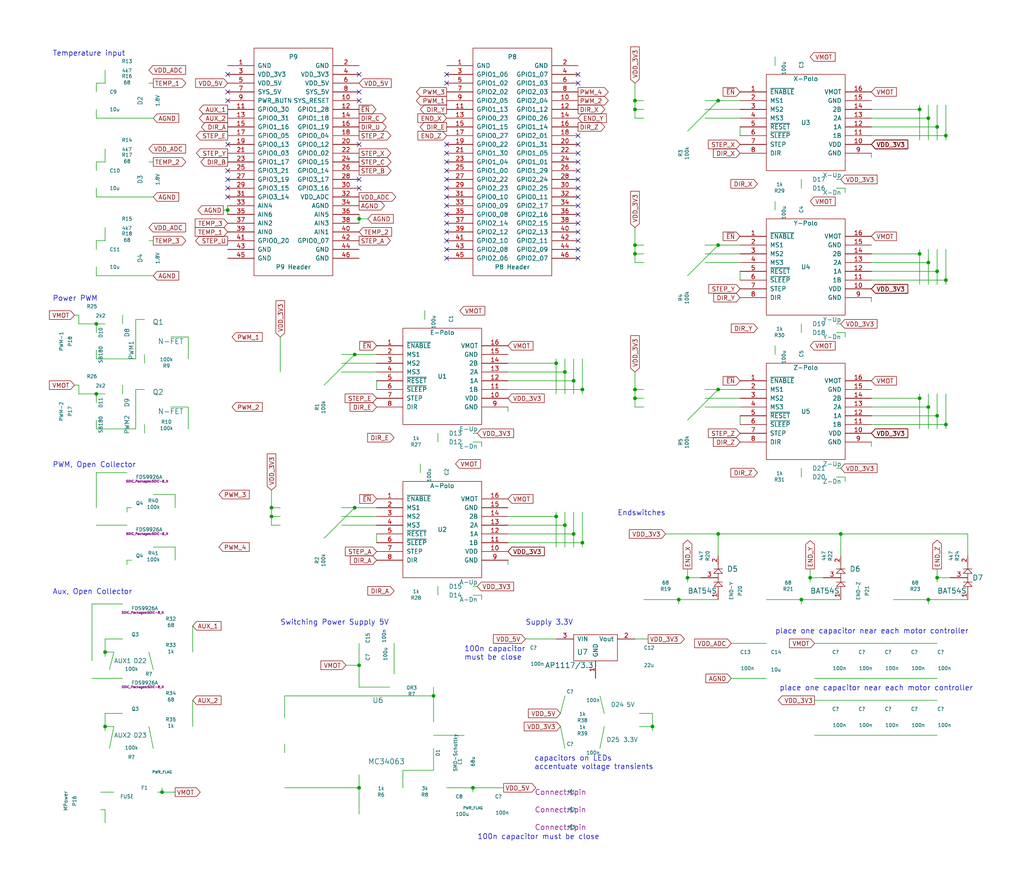
<source format=kicad_sch>
(kicad_sch (version 20230121) (generator eeschema)
  (paper "User" 297.002 259.994)
  (title_block (title "Bumps"))
  (junction (at 102.87 147.32))
  (junction (at 184.15 73.66))
  (junction (at 78.74 149.86))
  (junction (at 208.28 154.94))
  (junction (at 189.23 210.82))
  (junction (at 274.32 39.37))
  (junction (at 125.73 201.93))
  (junction (at 166.37 154.94))
  (junction (at 234.95 167.64))
  (junction (at 271.78 78.74))
  (junction (at 271.78 36.83))
  (junction (at 269.24 118.11))
  (junction (at 102.87 102.87))
  (junction (at 208.28 113.03))
  (junction (at 266.7 73.66))
  (junction (at 137.16 228.6))
  (junction (at 104.14 63.5))
  (junction (at 269.24 76.2))
  (junction (at 274.32 123.19))
  (junction (at 269.24 34.29))
  (junction (at 196.85 173.99))
  (junction (at 30.48 210.82))
  (junction (at 271.78 167.64))
  (junction (at 104.14 228.6))
  (junction (at 27.94 114.3))
  (junction (at 46.99 229.87))
  (junction (at 199.39 167.64))
  (junction (at 184.15 115.57))
  (junction (at 184.15 29.21))
  (junction (at 266.7 31.75))
  (junction (at 266.7 115.57))
  (junction (at 274.32 81.28))
  (junction (at 168.91 113.03))
  (junction (at 168.91 157.48))
  (junction (at 30.48 189.23))
  (junction (at 184.15 31.75))
  (junction (at 208.28 71.12))
  (junction (at 27.94 93.98))
  (junction (at 184.15 113.03))
  (junction (at 161.29 105.41))
  (junction (at 269.24 173.99))
  (junction (at 163.83 107.95))
  (junction (at 66.04 60.96))
  (junction (at 163.83 152.4))
  (junction (at 208.28 29.21))
  (junction (at 184.15 71.12))
  (junction (at 243.84 154.94))
  (junction (at 104.14 193.04))
  (junction (at 271.78 120.65))
  (junction (at 161.29 149.86))
  (junction (at 166.37 110.49))
  (junction (at 232.41 173.99))
  (junction (at 78.74 147.32))
  (no_connect (at 167.64 72.39))
  (no_connect (at 167.64 59.69))
  (no_connect (at 167.64 62.23))
  (no_connect (at 66.04 21.59))
  (no_connect (at 104.14 21.59))
  (no_connect (at 167.64 49.53))
  (no_connect (at 66.04 26.67))
  (no_connect (at 167.64 41.91))
  (no_connect (at 129.54 67.31))
  (no_connect (at 104.14 52.07))
  (no_connect (at 66.04 54.61))
  (no_connect (at 104.14 29.21))
  (no_connect (at 167.64 64.77))
  (no_connect (at 129.54 72.39))
  (no_connect (at 66.04 52.07))
  (no_connect (at 129.54 57.15))
  (no_connect (at 167.64 74.93))
  (no_connect (at 104.14 54.61))
  (no_connect (at 129.54 69.85))
  (no_connect (at 129.54 74.93))
  (no_connect (at 167.64 24.13))
  (no_connect (at 167.64 46.99))
  (no_connect (at 167.64 21.59))
  (no_connect (at 129.54 44.45))
  (no_connect (at 129.54 59.69))
  (no_connect (at 66.04 57.15))
  (no_connect (at 66.04 49.53))
  (no_connect (at 129.54 64.77))
  (no_connect (at 66.04 41.91))
  (no_connect (at 167.64 52.07))
  (no_connect (at 129.54 62.23))
  (no_connect (at 104.14 41.91))
  (no_connect (at 129.54 21.59))
  (no_connect (at 129.54 41.91))
  (no_connect (at 66.04 29.21))
  (no_connect (at 167.64 57.15))
  (no_connect (at 104.14 26.67))
  (no_connect (at 167.64 69.85))
  (no_connect (at 167.64 67.31))
  (no_connect (at 129.54 54.61))
  (no_connect (at 167.64 44.45))
  (no_connect (at 129.54 52.07))
  (no_connect (at 129.54 49.53))
  (no_connect (at 129.54 46.99))
  (no_connect (at 129.54 24.13))
  (no_connect (at 167.64 54.61))
  (no_connect (at 167.64 39.37))
  (wire (pts (xy 242.57 54.61) (xy 245.11 54.61)))
  (wire (pts (xy 243.84 154.94) (xy 280.67 154.94)))
  (wire (pts (xy 214.63 120.65) (xy 214.63 123.19)))
  (wire (pts (xy 27.94 121.92) (xy 27.94 124.46)))
  (wire (pts (xy 22.86 91.44) (xy 22.86 93.98)))
  (wire (pts (xy 43.18 46.99) (xy 44.45 46.99)))
  (wire (pts (xy 234.95 167.64) (xy 234.95 168.91)))
  (wire (pts (xy 137.16 228.6) (xy 137.16 229.87)))
  (wire (pts (xy 199.39 38.1) (xy 208.28 29.21)))
  (wire (pts (xy 30.48 69.85) (xy 27.94 69.85)))
  (wire (pts (xy 30.48 24.13) (xy 27.94 24.13)))
  (wire (pts (xy 161.29 104.14) (xy 161.29 105.41)))
  (wire (pts (xy 274.32 39.37) (xy 274.32 40.64)))
  (wire (pts (xy 168.91 104.14) (xy 168.91 113.03)))
  (wire (pts (xy 27.94 124.46) (xy 39.37 124.46)))
  (wire (pts (xy 104.14 193.04) (xy 104.14 199.39)))
  (wire (pts (xy 204.47 34.29) (xy 214.63 34.29)))
  (wire (pts (xy 27.94 80.01) (xy 44.45 80.01)))
  (wire (pts (xy 199.39 121.92) (xy 208.28 113.03)))
  (wire (pts (xy 168.91 148.59) (xy 168.91 157.48)))
  (wire (pts (xy 129.54 228.6) (xy 137.16 228.6)))
  (wire (pts (xy 269.24 72.39) (xy 269.24 76.2)))
  (wire (pts (xy 266.7 72.39) (xy 266.7 73.66)))
  (wire (pts (xy 269.24 173.99) (xy 269.24 175.26)))
  (wire (pts (xy 204.47 76.2) (xy 214.63 76.2)))
  (wire (pts (xy 162.56 207.01) (xy 163.83 201.93)))
  (wire (pts (xy 184.15 73.66) (xy 186.69 73.66)))
  (wire (pts (xy 43.18 210.82) (xy 44.45 217.17)))
  (wire (pts (xy 163.83 152.4) (xy 163.83 158.75)))
  (wire (pts (xy 204.47 118.11) (xy 214.63 118.11)))
  (wire (pts (xy 185.42 210.82) (xy 189.23 210.82)))
  (wire (pts (xy 271.78 167.64) (xy 271.78 168.91)))
  (wire (pts (xy 224.79 16.51) (xy 224.79 19.05)))
  (wire (pts (xy 27.94 104.14) (xy 39.37 104.14)))
  (wire (pts (xy 22.86 114.3) (xy 27.94 114.3)))
  (wire (pts (xy 27.94 31.75) (xy 27.94 34.29)))
  (wire (pts (xy 189.23 207.01) (xy 189.23 210.82)))
  (wire (pts (xy 269.24 76.2) (xy 269.24 82.55)))
  (wire (pts (xy 43.18 69.85) (xy 44.45 69.85)))
  (wire (pts (xy 139.7 128.27) (xy 139.7 129.54)))
  (wire (pts (xy 161.29 149.86) (xy 161.29 158.75)))
  (wire (pts (xy 184.15 29.21) (xy 186.69 29.21)))
  (wire (pts (xy 125.73 199.39) (xy 125.73 201.93)))
  (wire (pts (xy 208.28 29.21) (xy 214.63 29.21)))
  (wire (pts (xy 29.21 234.95) (xy 30.48 234.95)))
  (wire (pts (xy 242.57 135.89) (xy 243.84 135.89)))
  (wire (pts (xy 245.11 54.61) (xy 245.11 55.88)))
  (wire (pts (xy 269.24 173.99) (xy 280.67 173.99)))
  (wire (pts (xy 99.06 152.4) (xy 109.22 152.4)))
  (wire (pts (xy 274.32 72.39) (xy 274.32 81.28)))
  (wire (pts (xy 21.59 91.44) (xy 22.86 91.44)))
  (wire (pts (xy 212.09 196.85) (xy 222.25 196.85)))
  (wire (pts (xy 44.45 158.75) (xy 50.8 158.75)))
  (wire (pts (xy 266.7 73.66) (xy 266.7 82.55)))
  (wire (pts (xy 184.15 34.29) (xy 186.69 34.29)))
  (wire (pts (xy 274.32 30.48) (xy 274.32 39.37)))
  (wire (pts (xy 203.2 167.64) (xy 199.39 167.64)))
  (wire (pts (xy 125.73 217.17) (xy 125.73 223.52)))
  (wire (pts (xy 33.02 210.82) (xy 31.75 217.17)))
  (wire (pts (xy 166.37 148.59) (xy 166.37 154.94)))
  (wire (pts (xy 147.32 110.49) (xy 166.37 110.49)))
  (wire (pts (xy 27.94 114.3) (xy 30.48 114.3)))
  (wire (pts (xy 30.48 210.82) (xy 33.02 210.82)))
  (wire (pts (xy 208.28 154.94) (xy 208.28 161.29)))
  (wire (pts (xy 184.15 118.11) (xy 186.69 118.11)))
  (wire (pts (xy 39.37 104.14) (xy 39.37 92.71)))
  (wire (pts (xy 44.45 194.31) (xy 43.18 189.23)))
  (wire (pts (xy 208.28 113.03) (xy 214.63 113.03)))
  (wire (pts (xy 185.42 207.01) (xy 189.23 207.01)))
  (wire (pts (xy 184.15 113.03) (xy 184.15 115.57)))
  (wire (pts (xy 43.18 24.13) (xy 44.45 24.13)))
  (wire (pts (xy 36.83 147.32) (xy 38.1 147.32)))
  (wire (pts (xy 30.48 189.23) (xy 33.02 189.23)))
  (wire (pts (xy 35.56 91.44) (xy 35.56 93.98)))
  (wire (pts (xy 102.87 147.32) (xy 109.22 147.32)))
  (wire (pts (xy 104.14 224.79) (xy 104.14 228.6)))
  (wire (pts (xy 166.37 104.14) (xy 166.37 110.49)))
  (wire (pts (xy 104.14 186.69) (xy 104.14 193.04)))
  (wire (pts (xy 147.32 118.11) (xy 147.32 119.38)))
  (wire (pts (xy 39.37 113.03) (xy 41.91 113.03)))
  (wire (pts (xy 36.83 162.56) (xy 36.83 163.83)))
  (wire (pts (xy 27.94 54.61) (xy 27.94 57.15)))
  (wire (pts (xy 137.16 125.73) (xy 138.43 125.73)))
  (wire (pts (xy 269.24 114.3) (xy 269.24 118.11)))
  (wire (pts (xy 280.67 154.94) (xy 280.67 161.29)))
  (wire (pts (xy 127 125.73) (xy 127 128.27)))
  (wire (pts (xy 99.06 107.95) (xy 109.22 107.95)))
  (wire (pts (xy 184.15 71.12) (xy 186.69 71.12)))
  (wire (pts (xy 30.48 234.95) (xy 30.48 238.76)))
  (wire (pts (xy 266.7 115.57) (xy 266.7 124.46)))
  (wire (pts (xy 269.24 30.48) (xy 269.24 34.29)))
  (wire (pts (xy 27.94 114.3) (xy 27.94 116.84)))
  (wire (pts (xy 196.85 173.99) (xy 208.28 173.99)))
  (wire (pts (xy 184.15 24.13) (xy 184.15 29.21)))
  (wire (pts (xy 152.4 185.42) (xy 161.29 185.42)))
  (wire (pts (xy 147.32 149.86) (xy 161.29 149.86)))
  (wire (pts (xy 168.91 157.48) (xy 168.91 158.75)))
  (wire (pts (xy 78.74 142.24) (xy 78.74 147.32)))
  (wire (pts (xy 252.73 39.37) (xy 274.32 39.37)))
  (wire (pts (xy 99.06 105.41) (xy 109.22 105.41)))
  (wire (pts (xy 242.57 138.43) (xy 245.11 138.43)))
  (wire (pts (xy 21.59 111.76) (xy 22.86 111.76)))
  (wire (pts (xy 147.32 154.94) (xy 166.37 154.94)))
  (wire (pts (xy 54.61 97.79) (xy 49.53 97.79)))
  (wire (pts (xy 214.63 78.74) (xy 214.63 81.28)))
  (wire (pts (xy 184.15 76.2) (xy 186.69 76.2)))
  (wire (pts (xy 252.73 31.75) (xy 266.7 31.75)))
  (wire (pts (xy 232.41 93.98) (xy 232.41 96.52)))
  (wire (pts (xy 166.37 154.94) (xy 166.37 158.75)))
  (wire (pts (xy 78.74 147.32) (xy 81.28 147.32)))
  (wire (pts (xy 196.85 173.99) (xy 196.85 175.26)))
  (wire (pts (xy 252.73 73.66) (xy 266.7 73.66)))
  (wire (pts (xy 236.22 203.2) (xy 271.78 203.2)))
  (wire (pts (xy 252.73 120.65) (xy 271.78 120.65)))
  (wire (pts (xy 44.45 143.51) (xy 50.8 143.51)))
  (wire (pts (xy 242.57 52.07) (xy 243.84 52.07)))
  (wire (pts (xy 199.39 165.1) (xy 199.39 167.64)))
  (wire (pts (xy 269.24 118.11) (xy 269.24 124.46)))
  (wire (pts (xy 252.73 78.74) (xy 271.78 78.74)))
  (wire (pts (xy 45.72 229.87) (xy 46.99 229.87)))
  (wire (pts (xy 204.47 29.21) (xy 208.28 29.21)))
  (wire (pts (xy 66.04 60.96) (xy 66.04 62.23)))
  (wire (pts (xy 204.47 113.03) (xy 208.28 113.03)))
  (wire (pts (xy 163.83 107.95) (xy 163.83 114.3)))
  (wire (pts (xy 166.37 110.49) (xy 166.37 114.3)))
  (wire (pts (xy 50.8 143.51) (xy 50.8 147.32)))
  (wire (pts (xy 271.78 36.83) (xy 271.78 40.64)))
  (wire (pts (xy 125.73 223.52) (xy 116.84 223.52)))
  (wire (pts (xy 274.32 81.28) (xy 274.32 82.55)))
  (wire (pts (xy 245.11 138.43) (xy 245.11 139.7)))
  (wire (pts (xy 184.15 71.12) (xy 184.15 73.66)))
  (wire (pts (xy 224.79 58.42) (xy 224.79 60.96)))
  (wire (pts (xy 39.37 124.46) (xy 39.37 113.03)))
  (wire (pts (xy 39.37 92.71) (xy 41.91 92.71)))
  (wire (pts (xy 236.22 213.36) (xy 271.78 213.36)))
  (wire (pts (xy 29.21 229.87) (xy 33.02 229.87)))
  (wire (pts (xy 109.22 110.49) (xy 109.22 113.03)))
  (wire (pts (xy 55.88 210.82) (xy 55.88 203.2)))
  (wire (pts (xy 173.99 201.93) (xy 175.26 207.01)))
  (wire (pts (xy 212.09 186.69) (xy 222.25 186.69)))
  (wire (pts (xy 27.94 152.4) (xy 36.83 152.4)))
  (wire (pts (xy 214.63 36.83) (xy 214.63 39.37)))
  (wire (pts (xy 139.7 172.72) (xy 139.7 173.99)))
  (wire (pts (xy 66.04 59.69) (xy 66.04 60.96)))
  (wire (pts (xy 99.06 147.32) (xy 102.87 147.32)))
  (wire (pts (xy 234.95 165.1) (xy 234.95 167.64)))
  (wire (pts (xy 30.48 46.99) (xy 27.94 46.99)))
  (wire (pts (xy 274.32 123.19) (xy 274.32 124.46)))
  (wire (pts (xy 208.28 154.94) (xy 243.84 154.94)))
  (wire (pts (xy 78.74 152.4) (xy 81.28 152.4)))
  (wire (pts (xy 252.73 115.57) (xy 266.7 115.57)))
  (wire (pts (xy 161.29 105.41) (xy 161.29 114.3)))
  (wire (pts (xy 41.91 123.19) (xy 41.91 125.73)))
  (wire (pts (xy 162.56 210.82) (xy 163.83 217.17)))
  (wire (pts (xy 26.67 175.26) (xy 35.56 175.26)))
  (wire (pts (xy 121.92 134.62) (xy 121.92 137.16)))
  (wire (pts (xy 163.83 148.59) (xy 163.83 152.4)))
  (wire (pts (xy 271.78 72.39) (xy 271.78 78.74)))
  (wire (pts (xy 252.73 36.83) (xy 271.78 36.83)))
  (wire (pts (xy 82.55 215.9) (xy 82.55 218.44)))
  (wire (pts (xy 114.3 186.69) (xy 114.3 195.58)))
  (wire (pts (xy 99.06 102.87) (xy 102.87 102.87)))
  (wire (pts (xy 54.61 118.11) (xy 49.53 118.11)))
  (wire (pts (xy 186.69 173.99) (xy 196.85 173.99)))
  (wire (pts (xy 204.47 31.75) (xy 214.63 31.75)))
  (wire (pts (xy 271.78 165.1) (xy 271.78 167.64)))
  (wire (pts (xy 46.99 228.6) (xy 46.99 229.87)))
  (wire (pts (xy 236.22 186.69) (xy 271.78 186.69)))
  (wire (pts (xy 27.94 101.6) (xy 27.94 104.14)))
  (wire (pts (xy 78.74 149.86) (xy 81.28 149.86)))
  (wire (pts (xy 22.86 93.98) (xy 27.94 93.98)))
  (wire (pts (xy 27.94 137.16) (xy 36.83 137.16)))
  (wire (pts (xy 35.56 111.76) (xy 35.56 114.3)))
  (wire (pts (xy 184.15 107.95) (xy 184.15 113.03)))
  (wire (pts (xy 27.94 137.16) (xy 27.94 147.32)))
  (wire (pts (xy 27.94 93.98) (xy 27.94 96.52)))
  (wire (pts (xy 46.99 229.87) (xy 50.8 229.87)))
  (wire (pts (xy 184.15 113.03) (xy 186.69 113.03)))
  (wire (pts (xy 232.41 135.89) (xy 232.41 138.43)))
  (wire (pts (xy 33.02 189.23) (xy 31.75 194.31)))
  (wire (pts (xy 266.7 114.3) (xy 266.7 115.57)))
  (wire (pts (xy 232.41 173.99) (xy 232.41 175.26)))
  (wire (pts (xy 269.24 34.29) (xy 269.24 40.64)))
  (wire (pts (xy 199.39 80.01) (xy 208.28 71.12)))
  (wire (pts (xy 189.23 210.82) (xy 189.23 212.09)))
  (wire (pts (xy 27.94 77.47) (xy 27.94 80.01)))
  (wire (pts (xy 271.78 78.74) (xy 271.78 82.55)))
  (wire (pts (xy 26.67 196.85) (xy 35.56 196.85)))
  (wire (pts (xy 137.16 128.27) (xy 139.7 128.27)))
  (wire (pts (xy 104.14 63.5) (xy 104.14 64.77)))
  (wire (pts (xy 104.14 62.23) (xy 104.14 63.5)))
  (wire (pts (xy 259.08 173.99) (xy 269.24 173.99)))
  (wire (pts (xy 199.39 167.64) (xy 199.39 168.91)))
  (wire (pts (xy 242.57 96.52) (xy 245.11 96.52)))
  (wire (pts (xy 271.78 120.65) (xy 271.78 124.46)))
  (wire (pts (xy 245.11 96.52) (xy 245.11 97.79)))
  (wire (pts (xy 93.98 156.21) (xy 102.87 147.32)))
  (wire (pts (xy 102.87 102.87) (xy 109.22 102.87)))
  (wire (pts (xy 184.15 73.66) (xy 184.15 76.2)))
  (wire (pts (xy 208.28 71.12) (xy 214.63 71.12)))
  (wire (pts (xy 30.48 185.42) (xy 35.56 185.42)))
  (wire (pts (xy 204.47 71.12) (xy 208.28 71.12)))
  (wire (pts (xy 147.32 152.4) (xy 163.83 152.4)))
  (wire (pts (xy 266.7 31.75) (xy 266.7 40.64)))
  (wire (pts (xy 104.14 228.6) (xy 104.14 236.22)))
  (wire (pts (xy 204.47 73.66) (xy 214.63 73.66)))
  (wire (pts (xy 232.41 52.07) (xy 232.41 54.61)))
  (wire (pts (xy 271.78 114.3) (xy 271.78 120.65)))
  (wire (pts (xy 147.32 162.56) (xy 147.32 163.83)))
  (wire (pts (xy 78.74 147.32) (xy 78.74 149.86)))
  (wire (pts (xy 100.33 193.04) (xy 104.14 193.04)))
  (wire (pts (xy 54.61 104.14) (xy 54.61 97.79)))
  (wire (pts (xy 266.7 30.48) (xy 266.7 31.75)))
  (wire (pts (xy 36.83 162.56) (xy 38.1 162.56)))
  (wire (pts (xy 252.73 34.29) (xy 269.24 34.29)))
  (wire (pts (xy 168.91 113.03) (xy 168.91 114.3)))
  (wire (pts (xy 161.29 148.59) (xy 161.29 149.86)))
  (wire (pts (xy 224.79 100.33) (xy 224.79 102.87)))
  (wire (pts (xy 30.48 189.23) (xy 30.48 190.5)))
  (wire (pts (xy 125.73 201.93) (xy 82.55 201.93)))
  (wire (pts (xy 252.73 44.45) (xy 252.73 45.72)))
  (wire (pts (xy 243.84 154.94) (xy 243.84 161.29)))
  (wire (pts (xy 222.25 173.99) (xy 232.41 173.99)))
  (wire (pts (xy 82.55 228.6) (xy 104.14 228.6)))
  (wire (pts (xy 125.73 213.36) (xy 134.62 213.36)))
  (wire (pts (xy 147.32 157.48) (xy 168.91 157.48)))
  (wire (pts (xy 232.41 173.99) (xy 243.84 173.99)))
  (wire (pts (xy 27.94 93.98) (xy 30.48 93.98)))
  (wire (pts (xy 184.15 66.04) (xy 184.15 71.12)))
  (wire (pts (xy 99.06 149.86) (xy 109.22 149.86)))
  (wire (pts (xy 271.78 30.48) (xy 271.78 36.83)))
  (wire (pts (xy 252.73 123.19) (xy 274.32 123.19)))
  (wire (pts (xy 238.76 167.64) (xy 234.95 167.64)))
  (wire (pts (xy 274.32 114.3) (xy 274.32 123.19)))
  (wire (pts (xy 81.28 97.79) (xy 81.28 107.95)))
  (wire (pts (xy 26.67 175.26) (xy 26.67 191.77)))
  (wire (pts (xy 184.15 185.42) (xy 187.96 185.42)))
  (wire (pts (xy 125.73 201.93) (xy 125.73 209.55)))
  (wire (pts (xy 27.94 57.15) (xy 44.45 57.15)))
  (wire (pts (xy 104.14 199.39) (xy 113.03 199.39)))
  (wire (pts (xy 30.48 66.04) (xy 30.48 69.85)))
  (wire (pts (xy 50.8 158.75) (xy 50.8 162.56)))
  (wire (pts (xy 27.94 69.85) (xy 27.94 72.39)))
  (wire (pts (xy 275.59 167.64) (xy 271.78 167.64)))
  (wire (pts (xy 184.15 29.21) (xy 184.15 31.75)))
  (wire (pts (xy 184.15 115.57) (xy 184.15 118.11)))
  (wire (pts (xy 93.98 111.76) (xy 102.87 102.87)))
  (wire (pts (xy 184.15 31.75) (xy 186.69 31.75)))
  (wire (pts (xy 184.15 31.75) (xy 184.15 34.29)))
  (wire (pts (xy 252.73 118.11) (xy 269.24 118.11)))
  (wire (pts (xy 242.57 93.98) (xy 243.84 93.98)))
  (wire (pts (xy 252.73 86.36) (xy 252.73 87.63)))
  (wire (pts (xy 252.73 76.2) (xy 269.24 76.2)))
  (wire (pts (xy 54.61 124.46) (xy 54.61 118.11)))
  (wire (pts (xy 36.83 147.32) (xy 36.83 148.59)))
  (wire (pts (xy 109.22 154.94) (xy 109.22 157.48)))
  (wire (pts (xy 147.32 107.95) (xy 163.83 107.95)))
  (wire (pts (xy 55.88 189.23) (xy 55.88 181.61)))
  (wire (pts (xy 137.16 228.6) (xy 146.05 228.6)))
  (wire (pts (xy 204.47 115.57) (xy 214.63 115.57)))
  (wire (pts (xy 30.48 43.18) (xy 30.48 46.99)))
  (wire (pts (xy 27.94 34.29) (xy 44.45 34.29)))
  (wire (pts (xy 30.48 210.82) (xy 30.48 212.09)))
  (wire (pts (xy 123.19 90.17) (xy 123.19 92.71)))
  (wire (pts (xy 147.32 113.03) (xy 168.91 113.03)))
  (wire (pts (xy 64.77 60.96) (xy 66.04 60.96)))
  (wire (pts (xy 163.83 104.14) (xy 163.83 107.95)))
  (wire (pts (xy 82.55 201.93) (xy 82.55 208.28)))
  (wire (pts (xy 30.48 207.01) (xy 30.48 210.82)))
  (wire (pts (xy 252.73 81.28) (xy 274.32 81.28)))
  (wire (pts (xy 252.73 128.27) (xy 252.73 129.54)))
  (wire (pts (xy 137.16 172.72) (xy 139.7 172.72)))
  (wire (pts (xy 30.48 185.42) (xy 30.48 189.23)))
  (wire (pts (xy 78.74 149.86) (xy 78.74 152.4)))
  (wire (pts (xy 184.15 115.57) (xy 186.69 115.57)))
  (wire (pts (xy 27.94 24.13) (xy 27.94 26.67)))
  (wire (pts (xy 104.14 63.5) (xy 106.68 63.5)))
  (wire (pts (xy 147.32 105.41) (xy 161.29 105.41)))
  (wire (pts (xy 173.99 217.17) (xy 175.26 210.82)))
  (wire (pts (xy 41.91 102.87) (xy 41.91 105.41)))
  (wire (pts (xy 236.22 196.85) (xy 271.78 196.85)))
  (wire (pts (xy 127 170.18) (xy 127 172.72)))
  (wire (pts (xy 116.84 223.52) (xy 116.84 228.6)))
  (wire (pts (xy 22.86 111.76) (xy 22.86 114.3)))
  (wire (pts (xy 27.94 46.99) (xy 27.94 49.53)))
  (wire (pts (xy 30.48 207.01) (xy 35.56 207.01)))
  (wire (pts (xy 193.04 154.94) (xy 208.28 154.94)))
  (wire (pts (xy 137.16 170.18) (xy 138.43 170.18)))
  (wire (pts (xy 30.48 20.32) (xy 30.48 24.13)))
  (text "place one capacitor near each motor controller" (at 226.06 200.66 0) (effects (font (size 1.524 1.524)) (justify left bottom)))
  (text "Temperature input" (at 15.24 16.51 0) (effects (font (size 1.524 1.524)) (justify left bottom)))
  (text "Endswitches" (at 179.07 149.86 0) (effects (font (size 1.524 1.524)) (justify left bottom)))
  (text "Power PWM" (at 15.24 87.63 0) (effects (font (size 1.524 1.524)) (justify left bottom)))
  (text "Aux, Open Collector" (at 15.24 172.72 0) (effects (font (size 1.524 1.524)) (justify left bottom)))
  (text "Switching Power Supply 5V" (at 81.28 181.61 0) (effects (font (size 1.524 1.524)) (justify left bottom)))
  (text "100n capacitor\nmust be close" (at 134.62 191.77 0) (effects (font (size 1.524 1.524)) (justify left bottom)))
  (text "100n capacitor must be close" (at 138.43 243.84 0) (effects (font (size 1.524 1.524)) (justify left bottom)))
  (text "PWM, Open Collector" (at 15.24 135.89 0) (effects (font (size 1.524 1.524)) (justify left bottom)))
  (text "capacitors on LEDs\naccentuate voltage transients" (at 154.94 223.52 0) (effects (font (size 1.524 1.524)) (justify left bottom)))
  (text "place one capacitor near each motor controller" (at 224.79 184.15 0) (effects (font (size 1.524 1.524)) (justify left bottom)))
  (text "Supply 3.3V" (at 152.4 181.61 0) (effects (font (size 1.524 1.524)) (justify left bottom)))
  (global_label "VMOT" (shape input) (at 234.95 58.42 0) (property "Intersheetrefs" "${INTERSHEET_REFS}" (effects hide)))
  (global_label "VMOT" (shape input) (at 21.59 91.44 180) (property "Intersheetrefs" "${INTERSHEET_REFS}" (effects hide)))
  (global_label "TEMP_2" (shape input) (at 104.14 67.31 0) (property "Intersheetrefs" "${INTERSHEET_REFS}" (effects hide)))
  (global_label "PWM_1" (shape input) (at 67.31 97.79 0) (property "Intersheetrefs" "${INTERSHEET_REFS}" (effects hide)))
  (global_label "DIR_Z" (shape input) (at 219.71 137.16 180) (property "Intersheetrefs" "${INTERSHEET_REFS}" (effects hide)))
  (global_label "PWM_1" (shape output) (at 129.54 29.21 180) (property "Intersheetrefs" "${INTERSHEET_REFS}" (effects hide)))
  (global_label "VDD_3V3" (shape input) (at 138.43 125.73 0) (property "Intersheetrefs" "${INTERSHEET_REFS}" (effects hide)))
  (global_label "TEMP_2" (shape output) (at 44.45 46.99 0) (property "Intersheetrefs" "${INTERSHEET_REFS}" (effects hide)))
  (global_label "STEP_Y" (shape input) (at 214.63 83.82 180) (property "Intersheetrefs" "${INTERSHEET_REFS}" (effects hide)))
  (global_label "DIR_A" (shape input) (at 114.3 171.45 180) (property "Intersheetrefs" "${INTERSHEET_REFS}" (effects hide)))
  (global_label "VDD_5V" (shape input) (at 66.04 24.13 180) (property "Intersheetrefs" "${INTERSHEET_REFS}" (effects hide)))
  (global_label "VDD_3V3" (shape output) (at 236.22 203.2 180) (property "Intersheetrefs" "${INTERSHEET_REFS}" (effects hide)))
  (global_label "VMOT" (shape input) (at 252.73 110.49 0) (property "Intersheetrefs" "${INTERSHEET_REFS}" (effects hide)))
  (global_label "VDD_3V3" (shape input) (at 252.73 41.91 0) (property "Intersheetrefs" "${INTERSHEET_REFS}" (effects hide)))
  (global_label "END_X" (shape output) (at 199.39 165.1 90) (property "Intersheetrefs" "${INTERSHEET_REFS}" (effects hide)))
  (global_label "VMOT" (shape input) (at 234.95 100.33 0) (property "Intersheetrefs" "${INTERSHEET_REFS}" (effects hide)))
  (global_label "AUX_2" (shape output) (at 66.04 34.29 180) (property "Intersheetrefs" "${INTERSHEET_REFS}" (effects hide)))
  (global_label "VDD_3V3" (shape input) (at 252.73 83.82 0) (property "Intersheetrefs" "${INTERSHEET_REFS}" (effects hide)))
  (global_label "AGND" (shape output) (at 104.14 59.69 0) (property "Intersheetrefs" "${INTERSHEET_REFS}" (effects hide)))
  (global_label "PWM_4" (shape output) (at 167.64 26.67 0) (property "Intersheetrefs" "${INTERSHEET_REFS}" (effects hide)))
  (global_label "VDD_3V3" (shape input) (at 252.73 41.91 0) (property "Intersheetrefs" "${INTERSHEET_REFS}" (effects hide)))
  (global_label "DIR_Y" (shape output) (at 129.54 31.75 180) (property "Intersheetrefs" "${INTERSHEET_REFS}" (effects hide)))
  (global_label "STEP_A" (shape input) (at 109.22 160.02 180) (property "Intersheetrefs" "${INTERSHEET_REFS}" (effects hide)))
  (global_label "VDD_ADC" (shape input) (at 43.18 43.18 0) (property "Intersheetrefs" "${INTERSHEET_REFS}" (effects hide)))
  (global_label "VDD_3V3" (shape input) (at 78.74 142.24 90) (property "Intersheetrefs" "${INTERSHEET_REFS}" (effects hide)))
  (global_label "DIR_U" (shape output) (at 104.14 36.83 0) (property "Intersheetrefs" "${INTERSHEET_REFS}" (effects hide)))
  (global_label "STEP_C" (shape output) (at 104.14 46.99 0) (property "Intersheetrefs" "${INTERSHEET_REFS}" (effects hide)))
  (global_label "AUX_1" (shape output) (at 66.04 31.75 180) (property "Intersheetrefs" "${INTERSHEET_REFS}" (effects hide)))
  (global_label "TEMP_1" (shape output) (at 44.45 24.13 0) (property "Intersheetrefs" "${INTERSHEET_REFS}" (effects hide)))
  (global_label "DIR_E" (shape output) (at 129.54 36.83 180) (property "Intersheetrefs" "${INTERSHEET_REFS}" (effects hide)))
  (global_label "VDD_3V3" (shape input) (at 252.73 83.82 0) (property "Intersheetrefs" "${INTERSHEET_REFS}" (effects hide)))
  (global_label "VDD_3V3" (shape input) (at 243.84 135.89 0) (property "Intersheetrefs" "${INTERSHEET_REFS}" (effects hide)))
  (global_label "PWM_3" (shape output) (at 129.54 26.67 180) (property "Intersheetrefs" "${INTERSHEET_REFS}" (effects hide)))
  (global_label "VDD_ADC" (shape input) (at 212.09 186.69 180) (property "Intersheetrefs" "${INTERSHEET_REFS}" (effects hide)))
  (global_label "VMOT" (shape input) (at 234.95 16.51 0) (property "Intersheetrefs" "${INTERSHEET_REFS}" (effects hide)))
  (global_label "DIR_X" (shape output) (at 167.64 31.75 0) (property "Intersheetrefs" "${INTERSHEET_REFS}" (effects hide)))
  (global_label "TEMP_3" (shape output) (at 44.45 69.85 0) (property "Intersheetrefs" "${INTERSHEET_REFS}" (effects hide)))
  (global_label "VDD_3V3" (shape input) (at 184.15 107.95 90) (property "Intersheetrefs" "${INTERSHEET_REFS}" (effects hide)))
  (global_label "VDD_3V3" (shape input) (at 252.73 41.91 0) (property "Intersheetrefs" "${INTERSHEET_REFS}" (effects hide)))
  (global_label "AGND" (shape input) (at 44.45 80.01 0) (property "Intersheetrefs" "${INTERSHEET_REFS}" (effects hide)))
  (global_label "DIR_Z" (shape output) (at 167.64 36.83 0) (property "Intersheetrefs" "${INTERSHEET_REFS}" (effects hide)))
  (global_label "VDD_3V3" (shape input) (at 252.73 125.73 0) (property "Intersheetrefs" "${INTERSHEET_REFS}" (effects hide)))
  (global_label "VDD_3V3" (shape input) (at 193.04 154.94 180) (property "Intersheetrefs" "${INTERSHEET_REFS}" (effects hide)))
  (global_label "VDD_3V3" (shape input) (at 184.15 24.13 90) (property "Intersheetrefs" "${INTERSHEET_REFS}" (effects hide)))
  (global_label "VMOT" (shape input) (at 252.73 26.67 0) (property "Intersheetrefs" "${INTERSHEET_REFS}" (effects hide)))
  (global_label "AGND" (shape input) (at 212.09 196.85 180) (property "Intersheetrefs" "${INTERSHEET_REFS}" (effects hide)))
  (global_label "STEP_E" (shape input) (at 109.22 115.57 180) (property "Intersheetrefs" "${INTERSHEET_REFS}" (effects hide)))
  (global_label "DIR_C" (shape output) (at 104.14 34.29 0) (property "Intersheetrefs" "${INTERSHEET_REFS}" (effects hide)))
  (global_label "STEP_E" (shape output) (at 66.04 39.37 180) (property "Intersheetrefs" "${INTERSHEET_REFS}" (effects hide)))
  (global_label "~{EN}" (shape input) (at 109.22 100.33 180) (property "Intersheetrefs" "${INTERSHEET_REFS}" (effects hide)))
  (global_label "VDD_3V3" (shape input) (at 252.73 41.91 0) (property "Intersheetrefs" "${INTERSHEET_REFS}" (effects hide)))
  (global_label "PWM_2" (shape output) (at 167.64 29.21 0) (property "Intersheetrefs" "${INTERSHEET_REFS}" (effects hide)))
  (global_label "VMOT" (shape input) (at 147.32 100.33 0) (property "Intersheetrefs" "${INTERSHEET_REFS}" (effects hide)))
  (global_label "END_Y" (shape input) (at 167.64 34.29 0) (property "Intersheetrefs" "${INTERSHEET_REFS}" (effects hide)))
  (global_label "VDD_3V3" (shape input) (at 252.73 125.73 0) (property "Intersheetrefs" "${INTERSHEET_REFS}" (effects hide)))
  (global_label "STEP_Z" (shape input) (at 214.63 125.73 180) (property "Intersheetrefs" "${INTERSHEET_REFS}" (effects hide)))
  (global_label "AGND" (shape input) (at 44.45 34.29 0) (property "Intersheetrefs" "${INTERSHEET_REFS}" (effects hide)))
  (global_label "VDD_3V3" (shape input) (at 147.32 160.02 0) (property "Intersheetrefs" "${INTERSHEET_REFS}" (effects hide)))
  (global_label "DIR_E" (shape input) (at 109.22 118.11 180) (property "Intersheetrefs" "${INTERSHEET_REFS}" (effects hide)))
  (global_label "STEP_Z" (shape output) (at 104.14 39.37 0) (property "Intersheetrefs" "${INTERSHEET_REFS}" (effects hide)))
  (global_label "DIR_B" (shape output) (at 66.04 46.99 180) (property "Intersheetrefs" "${INTERSHEET_REFS}" (effects hide)))
  (global_label "VMOT" (shape output) (at 50.8 229.87 0) (property "Intersheetrefs" "${INTERSHEET_REFS}" (effects hide)))
  (global_label "VDD_3V3" (shape input) (at 184.15 66.04 90) (property "Intersheetrefs" "${INTERSHEET_REFS}" (effects hide)))
  (global_label "~{EN}" (shape input) (at 214.63 110.49 180) (property "Intersheetrefs" "${INTERSHEET_REFS}" (effects hide)))
  (global_label "VDD_3V3" (shape input) (at 243.84 52.07 0) (property "Intersheetrefs" "${INTERSHEET_REFS}" (effects hide)))
  (global_label "DIR_A" (shape output) (at 66.04 36.83 180) (property "Intersheetrefs" "${INTERSHEET_REFS}" (effects hide)))
  (global_label "PWM_2" (shape input) (at 67.31 118.11 0) (property "Intersheetrefs" "${INTERSHEET_REFS}" (effects hide)))
  (global_label "VMOT" (shape input) (at 100.33 193.04 180) (property "Intersheetrefs" "${INTERSHEET_REFS}" (effects hide)))
  (global_label "PWM_4" (shape input) (at 63.5 158.75 0) (property "Intersheetrefs" "${INTERSHEET_REFS}" (effects hide)))
  (global_label "AUX_1" (shape input) (at 55.88 181.61 0) (property "Intersheetrefs" "${INTERSHEET_REFS}" (effects hide)))
  (global_label "AUX_2" (shape input) (at 55.88 203.2 0) (property "Intersheetrefs" "${INTERSHEET_REFS}" (effects hide)))
  (global_label "VDD_3V3" (shape input) (at 147.32 160.02 0) (property "Intersheetrefs" "${INTERSHEET_REFS}" (effects hide)))
  (global_label "VMOT" (shape input) (at 132.08 134.62 0) (property "Intersheetrefs" "${INTERSHEET_REFS}" (effects hide)))
  (global_label "VDD_ADC" (shape output) (at 104.14 57.15 0) (property "Intersheetrefs" "${INTERSHEET_REFS}" (effects hide)))
  (global_label "VDD_3V3" (shape input) (at 81.28 97.79 90) (property "Intersheetrefs" "${INTERSHEET_REFS}" (effects hide)))
  (global_label "VDD_5V" (shape input) (at 162.56 207.01 180) (property "Intersheetrefs" "${INTERSHEET_REFS}" (effects hide)))
  (global_label "VMOT" (shape input) (at 252.73 68.58 0) (property "Intersheetrefs" "${INTERSHEET_REFS}" (effects hide)))
  (global_label "VMOT" (shape input) (at 147.32 144.78 0) (property "Intersheetrefs" "${INTERSHEET_REFS}" (effects hide)))
  (global_label "VMOT" (shape input) (at 133.35 90.17 0) (property "Intersheetrefs" "${INTERSHEET_REFS}" (effects hide)))
  (global_label "END_X" (shape input) (at 129.54 34.29 180) (property "Intersheetrefs" "${INTERSHEET_REFS}" (effects hide)))
  (global_label "DIR_E" (shape input) (at 114.3 127 180) (property "Intersheetrefs" "${INTERSHEET_REFS}" (effects hide)))
  (global_label "VMOT" (shape input) (at 236.22 186.69 180) (property "Intersheetrefs" "${INTERSHEET_REFS}" (effects hide)))
  (global_label "STEP_X" (shape output) (at 104.14 44.45 0) (property "Intersheetrefs" "${INTERSHEET_REFS}" (effects hide)))
  (global_label "STEP_B" (shape output) (at 104.14 49.53 0) (property "Intersheetrefs" "${INTERSHEET_REFS}" (effects hide)))
  (global_label "TEMP_3" (shape input) (at 66.04 64.77 180) (property "Intersheetrefs" "${INTERSHEET_REFS}" (effects hide)))
  (global_label "DIR_Z" (shape input) (at 214.63 128.27 180) (property "Intersheetrefs" "${INTERSHEET_REFS}" (effects hide)))
  (global_label "AGND" (shape input) (at 44.45 57.15 0) (property "Intersheetrefs" "${INTERSHEET_REFS}" (effects hide)))
  (global_label "DIR_Y" (shape input) (at 214.63 86.36 180) (property "Intersheetrefs" "${INTERSHEET_REFS}" (effects hide)))
  (global_label "DIR_A" (shape input) (at 109.22 162.56 180) (property "Intersheetrefs" "${INTERSHEET_REFS}" (effects hide)))
  (global_label "VDD_3V3" (shape input) (at 162.56 210.82 180) (property "Intersheetrefs" "${INTERSHEET_REFS}" (effects hide)))
  (global_label "VMOT" (shape input) (at 21.59 111.76 180) (property "Intersheetrefs" "${INTERSHEET_REFS}" (effects hide)))
  (global_label "VDD_5V" (shape input) (at 152.4 185.42 180) (property "Intersheetrefs" "${INTERSHEET_REFS}" (effects hide)))
  (global_label "VDD_3V3" (shape input) (at 147.32 115.57 0) (property "Intersheetrefs" "${INTERSHEET_REFS}" (effects hide)))
  (global_label "DIR_Y" (shape input) (at 219.71 95.25 180) (property "Intersheetrefs" "${INTERSHEET_REFS}" (effects hide)))
  (global_label "~{EN}" (shape input) (at 109.22 144.78 180) (property "Intersheetrefs" "${INTERSHEET_REFS}" (effects hide)))
  (global_label "PWM_3" (shape input) (at 63.5 143.51 0) (property "Intersheetrefs" "${INTERSHEET_REFS}" (effects hide)))
  (global_label "~{EN}" (shape input) (at 214.63 26.67 180) (property "Intersheetrefs" "${INTERSHEET_REFS}" (effects hide)))
  (global_label "VDD_5V" (shape input) (at 104.14 24.13 0) (property "Intersheetrefs" "${INTERSHEET_REFS}" (effects hide)))
  (global_label "DIR_X" (shape input) (at 219.71 53.34 180) (property "Intersheetrefs" "${INTERSHEET_REFS}" (effects hide)))
  (global_label "~{EN}" (shape output) (at 104.14 31.75 0) (property "Intersheetrefs" "${INTERSHEET_REFS}" (effects hide)))
  (global_label "STEP_Y" (shape output) (at 66.04 44.45 180) (property "Intersheetrefs" "${INTERSHEET_REFS}" (effects hide)))
  (global_label "VDD_ADC" (shape input) (at 43.18 20.32 0) (property "Intersheetrefs" "${INTERSHEET_REFS}" (effects hide)))
  (global_label "END_Y" (shape output) (at 234.95 165.1 90) (property "Intersheetrefs" "${INTERSHEET_REFS}" (effects hide)))
  (global_label "VDD_3V3" (shape input) (at 252.73 83.82 0) (property "Intersheetrefs" "${INTERSHEET_REFS}" (effects hide)))
  (global_label "VDD_5V" (shape output) (at 146.05 228.6 0) (property "Intersheetrefs" "${INTERSHEET_REFS}" (effects hide)))
  (global_label "VDD_3V3" (shape output) (at 187.96 185.42 0) (property "Intersheetrefs" "${INTERSHEET_REFS}" (effects hide)))
  (global_label "VDD_3V3" (shape input) (at 243.84 93.98 0) (property "Intersheetrefs" "${INTERSHEET_REFS}" (effects hide)))
  (global_label "AGND" (shape output) (at 64.77 60.96 180) (property "Intersheetrefs" "${INTERSHEET_REFS}" (effects hide)))
  (global_label "~{EN}" (shape input) (at 214.63 68.58 180) (property "Intersheetrefs" "${INTERSHEET_REFS}" (effects hide)))
  (global_label "VDD_3V3" (shape input) (at 252.73 125.73 0) (property "Intersheetrefs" "${INTERSHEET_REFS}" (effects hide)))
  (global_label "END_Z" (shape input) (at 129.54 39.37 180) (property "Intersheetrefs" "${INTERSHEET_REFS}" (effects hide)))
  (global_label "STEP_X" (shape input) (at 214.63 41.91 180) (property "Intersheetrefs" "${INTERSHEET_REFS}" (effects hide)))
  (global_label "STEP_A" (shape output) (at 104.14 69.85 0) (property "Intersheetrefs" "${INTERSHEET_REFS}" (effects hide)))
  (global_label "AGND" (shape input) (at 106.68 63.5 0) (property "Intersheetrefs" "${INTERSHEET_REFS}" (effects hide)))
  (global_label "VDD_ADC" (shape input) (at 43.18 66.04 0) (property "Intersheetrefs" "${INTERSHEET_REFS}" (effects hide)))
  (global_label "END_Z" (shape output) (at 271.78 165.1 90) (property "Intersheetrefs" "${INTERSHEET_REFS}" (effects hide)))
  (global_label "TEMP_1" (shape input) (at 66.04 67.31 180) (property "Intersheetrefs" "${INTERSHEET_REFS}" (effects hide)))
  (global_label "STEP_U" (shape output) (at 66.04 69.85 180) (property "Intersheetrefs" "${INTERSHEET_REFS}" (effects hide)))
  (global_label "DIR_X" (shape input) (at 214.63 44.45 180) (property "Intersheetrefs" "${INTERSHEET_REFS}" (effects hide)))
  (global_label "VDD_3V3" (shape input) (at 138.43 170.18 0) (property "Intersheetrefs" "${INTERSHEET_REFS}" (effects hide)))
  (symbol (lib_id "BUMPS:POLOLUSTEPPER") (at 128.27 109.22 0) (unit 1)
    (property "Reference" "U1" (at 128.27 109.22 0))
    (property "Value" "E-Polo" (at 128.27 96.52 0))
    (property "Footprint" "bumps:POLOLU" (effects hide))
    (property "Datasheet" "DOCUMENTATION" (effects hide))
  )
  (symbol (lib_id "BUMPS:bbbp8") (at 148.59 46.99 0) (unit 1)
    (property "Reference" "P8" (at 148.59 16.51 0))
    (property "Value" "P8 Header" (at 148.59 77.47 0))
    (property "Footprint" "bumps:PIN_ARRAY_23X2" (effects hide))
    (property "Datasheet" "DOCUMENTATION" (effects hide))
  )
  (symbol (lib_id "BUMPS:bbbp9") (at 85.09 43.18 0) (unit 1)
    (property "Reference" "P9" (at 85.09 16.51 0))
    (property "Value" "P9 Header" (at 85.09 77.47 0))
    (property "Footprint" "bumps:PIN_ARRAY_23X2" (effects hide))
    (property "Datasheet" "DOCUMENTATION" (effects hide))
  )
  (symbol (lib_id "GND") (at 104.14 19.05 0) (unit 1)
    (property "Reference" "#PWR01" (effects hide))
    (property "Value" "GND" (effects hide))
  )
  (symbol (lib_id "GND") (at 66.04 19.05 0) (unit 1)
    (property "Reference" "#PWR02" (effects hide))
    (property "Value" "GND" (effects hide))
  )
  (symbol (lib_id "GND") (at 129.54 19.05 0) (unit 1)
    (property "Reference" "#PWR03" (effects hide))
    (property "Value" "GND" (effects hide))
  )
  (symbol (lib_id "GND") (at 167.64 19.05 0) (unit 1)
    (property "Reference" "#PWR04" (effects hide))
    (property "Value" "GND" (effects hide))
  )
  (symbol (lib_id "GND") (at 147.32 119.38 0) (unit 1)
    (property "Reference" "#PWR05" (effects hide))
    (property "Value" "GND" (effects hide))
  )
  (symbol (lib_id "GND") (at 147.32 102.87 0) (unit 1)
    (property "Reference" "#PWR06" (effects hide))
    (property "Value" "GND" (effects hide))
  )
  (symbol (lib_id "R") (at 93.98 118.11 180) (unit 1)
    (property "Reference" "R1" (at 91.948 118.11 90) (effects (font (size 1.016 1.016))))
    (property "Value" "100k" (at 93.8022 118.1354 90) (effects (font (size 1.016 1.016))))
    (property "Footprint" "SMD_Packages:SM0805" (effects hide))
  )
  (symbol (lib_id "GND") (at 93.98 124.46 0) (unit 1)
    (property "Reference" "#PWR07" (effects hide))
    (property "Value" "GND" (effects hide))
  )
  (symbol (lib_id "BUMPS:POLOLUSTEPPER") (at 233.68 119.38 0) (unit 1)
    (property "Reference" "U5" (at 233.68 119.38 0))
    (property "Value" "Z-Polo" (at 233.68 106.68 0))
    (property "Footprint" "bumps:POLOLU" (effects hide))
    (property "Datasheet" "DOCUMENTATION" (effects hide))
  )
  (symbol (lib_id "GND") (at 252.73 129.54 0) (unit 1)
    (property "Reference" "#PWR08" (effects hide))
    (property "Value" "GND" (effects hide))
  )
  (symbol (lib_id "GND") (at 252.73 113.03 0) (unit 1)
    (property "Reference" "#PWR09" (effects hide))
    (property "Value" "GND" (effects hide))
  )
  (symbol (lib_id "R") (at 199.39 128.27 180) (unit 1)
    (property "Reference" "R5" (at 197.358 128.27 90) (effects (font (size 1.016 1.016))))
    (property "Value" "100k" (at 199.2122 128.2954 90) (effects (font (size 1.016 1.016))))
    (property "Footprint" "SMD_Packages:SM0805" (effects hide))
  )
  (symbol (lib_id "GND") (at 199.39 134.62 0) (mirror y) (unit 1)
    (property "Reference" "#PWR010" (effects hide))
    (property "Value" "GND" (effects hide))
  )
  (symbol (lib_id "BUMPS:POLOLUSTEPPER") (at 233.68 35.56 0) (unit 1)
    (property "Reference" "U3" (at 233.68 35.56 0))
    (property "Value" "X-Polo" (at 233.68 22.86 0))
    (property "Footprint" "bumps:POLOLU" (effects hide))
    (property "Datasheet" "DOCUMENTATION" (effects hide))
  )
  (symbol (lib_id "GND") (at 252.73 45.72 0) (unit 1)
    (property "Reference" "#PWR011" (effects hide))
    (property "Value" "GND" (effects hide))
  )
  (symbol (lib_id "GND") (at 252.73 29.21 0) (unit 1)
    (property "Reference" "#PWR012" (effects hide))
    (property "Value" "GND" (effects hide))
  )
  (symbol (lib_id "R") (at 199.39 44.45 180) (unit 1)
    (property "Reference" "R3" (at 197.358 44.45 90) (effects (font (size 1.016 1.016))))
    (property "Value" "100k" (at 199.2122 44.4754 90) (effects (font (size 1.016 1.016))))
    (property "Footprint" "SMD_Packages:SM0805" (effects hide))
  )
  (symbol (lib_id "GND") (at 199.39 50.8 0) (unit 1)
    (property "Reference" "#PWR013" (effects hide))
    (property "Value" "GND" (effects hide))
  )
  (symbol (lib_id "BUMPS:POLOLUSTEPPER") (at 233.68 77.47 0) (unit 1)
    (property "Reference" "U4" (at 233.68 77.47 0))
    (property "Value" "Y-Polo" (at 233.68 64.77 0))
    (property "Footprint" "bumps:POLOLU" (effects hide))
    (property "Datasheet" "DOCUMENTATION" (effects hide))
  )
  (symbol (lib_id "GND") (at 252.73 87.63 0) (unit 1)
    (property "Reference" "#PWR014" (effects hide))
    (property "Value" "GND" (effects hide))
  )
  (symbol (lib_id "GND") (at 252.73 71.12 0) (unit 1)
    (property "Reference" "#PWR015" (effects hide))
    (property "Value" "GND" (effects hide))
  )
  (symbol (lib_id "R") (at 199.39 86.36 180) (unit 1)
    (property "Reference" "R4" (at 197.358 86.36 90) (effects (font (size 1.016 1.016))))
    (property "Value" "100k" (at 199.2122 86.3854 90) (effects (font (size 1.016 1.016))))
    (property "Footprint" "SMD_Packages:SM0805" (effects hide))
  )
  (symbol (lib_id "GND") (at 199.39 92.71 0) (unit 1)
    (property "Reference" "#PWR016" (effects hide))
    (property "Value" "GND" (effects hide))
  )
  (symbol (lib_id "BUMPS:POLOLUSTEPPER") (at 128.27 153.67 0) (unit 1)
    (property "Reference" "U2" (at 128.27 153.67 0))
    (property "Value" "A-Polo" (at 128.27 140.97 0))
    (property "Footprint" "bumps:POLOLU" (effects hide))
    (property "Datasheet" "DOCUMENTATION" (effects hide))
  )
  (symbol (lib_id "GND") (at 147.32 163.83 0) (unit 1)
    (property "Reference" "#PWR017" (effects hide))
    (property "Value" "GND" (effects hide))
  )
  (symbol (lib_id "GND") (at 147.32 147.32 0) (unit 1)
    (property "Reference" "#PWR018" (effects hide))
    (property "Value" "GND" (effects hide))
  )
  (symbol (lib_id "R") (at 93.98 162.56 180) (unit 1)
    (property "Reference" "R2" (at 91.948 162.56 90) (effects (font (size 1.016 1.016))))
    (property "Value" "100k" (at 93.8022 162.5854 90) (effects (font (size 1.016 1.016))))
    (property "Footprint" "SMD_Packages:SM0805" (effects hide))
  )
  (symbol (lib_id "GND") (at 93.98 168.91 0) (unit 1)
    (property "Reference" "#PWR019" (effects hide))
    (property "Value" "GND" (effects hide))
  )
  (symbol (lib_id "CONN_2") (at 250.19 171.45 0) (mirror y) (unit 1)
    (property "Reference" "P21" (at 251.46 171.45 90) (effects (font (size 1.016 1.016))))
    (property "Value" "END-Z" (at 248.92 171.45 90) (effects (font (size 1.016 1.016))))
    (property "Footprint" "Pin_Headers:Pin_Header_Straight_1x02" (effects hide))
  )
  (symbol (lib_id "CAPAPOL") (at 128.27 90.17 270) (unit 1)
    (property "Reference" "C1" (at 130.81 91.44 0) (effects (font (size 1.016 1.016)) (justify left)))
    (property "Value" "100u" (at 125.73 91.44 0) (effects (font (size 1.016 1.016)) (justify left)))
    (property "Footprint" "Capacitors_SMD:c_elec_6.3x7.7" (effects hide))
  )
  (symbol (lib_id "GND") (at 123.19 92.71 0) (unit 1)
    (property "Reference" "#PWR020" (effects hide))
    (property "Value" "GND" (effects hide))
  )
  (symbol (lib_id "CAPAPOL") (at 127 134.62 270) (unit 1)
    (property "Reference" "C2" (at 129.54 135.89 0) (effects (font (size 1.016 1.016)) (justify left)))
    (property "Value" "100u" (at 124.46 135.89 0) (effects (font (size 1.016 1.016)) (justify left)))
    (property "Footprint" "Capacitors_SMD:c_elec_6.3x7.7" (effects hide))
  )
  (symbol (lib_id "GND") (at 121.92 137.16 0) (unit 1)
    (property "Reference" "#PWR021" (effects hide))
    (property "Value" "GND" (effects hide))
  )
  (symbol (lib_id "CAPAPOL") (at 229.87 100.33 270) (unit 1)
    (property "Reference" "C5" (at 232.41 101.6 0) (effects (font (size 1.016 1.016)) (justify left)))
    (property "Value" "100u" (at 227.33 101.6 0) (effects (font (size 1.016 1.016)) (justify left)))
    (property "Footprint" "Capacitors_SMD:c_elec_6.3x7.7" (effects hide))
  )
  (symbol (lib_id "GND") (at 224.79 102.87 0) (unit 1)
    (property "Reference" "#PWR022" (effects hide))
    (property "Value" "GND" (effects hide))
  )
  (symbol (lib_id "CAPAPOL") (at 229.87 58.42 270) (unit 1)
    (property "Reference" "C4" (at 232.41 59.69 0) (effects (font (size 1.016 1.016)) (justify left)))
    (property "Value" "100u" (at 227.33 59.69 0) (effects (font (size 1.016 1.016)) (justify left)))
    (property "Footprint" "Capacitors_SMD:c_elec_6.3x7.7" (effects hide))
  )
  (symbol (lib_id "GND") (at 224.79 60.96 0) (unit 1)
    (property "Reference" "#PWR023" (effects hide))
    (property "Value" "GND" (effects hide))
  )
  (symbol (lib_id "CAPAPOL") (at 229.87 16.51 270) (unit 1)
    (property "Reference" "C3" (at 232.41 17.78 0) (effects (font (size 1.016 1.016)) (justify left)))
    (property "Value" "100u" (at 227.33 17.78 0) (effects (font (size 1.016 1.016)) (justify left)))
    (property "Footprint" "Capacitors_SMD:c_elec_6.3x7.7" (effects hide))
  )
  (symbol (lib_id "GND") (at 224.79 19.05 0) (unit 1)
    (property "Reference" "#PWR024" (effects hide))
    (property "Value" "GND" (effects hide))
  )
  (symbol (lib_id "CONN_2") (at 20.32 232.41 0) (mirror y) (unit 1)
    (property "Reference" "P16" (at 21.59 232.41 90) (effects (font (size 1.016 1.016))))
    (property "Value" "MPower" (at 19.05 232.41 90) (effects (font (size 1.016 1.016))))
    (property "Footprint" "Connect:AK300-2" (effects hide))
  )
  (symbol (lib_id "GND") (at 30.48 238.76 0) (unit 1)
    (property "Reference" "#PWR025" (effects hide))
    (property "Value" "GND" (effects hide))
  )
  (symbol (lib_id "FUSE") (at 39.37 229.87 0) (unit 1)
    (property "Reference" "F1" (at 41.91 228.6 0) (effects (font (size 1.016 1.016))))
    (property "Value" "FUSE" (at 36.83 231.14 0) (effects (font (size 1.016 1.016))))
    (property "Footprint" "Fuse_Holders_and_Fuses:Fuse_TE5_Littlefuse-395Series" (effects hide))
  )
  (symbol (lib_id "MOSFET_N") (at 44.45 118.11 0) (mirror y) (unit 1)
    (property "Reference" "Q2" (at 44.196 113.792 0) (effects (font (size 1.524 1.524)) (justify right)))
    (property "Value" "N-FET" (at 45.72 119.38 0) (effects (font (size 1.524 1.524)) (justify right)))
    (property "Footprint" "Transistors_TO-220:TO-220_FET-GDS_Vertical_MountedFromLS" (effects hide))
  )
  (symbol (lib_id "MOSFET_N") (at 44.45 97.79 0) (mirror y) (unit 1)
    (property "Reference" "Q1" (at 44.196 93.472 0) (effects (font (size 1.524 1.524)) (justify right)))
    (property "Value" "N-FET" (at 45.72 99.06 0) (effects (font (size 1.524 1.524)) (justify right)))
    (property "Footprint" "Transistors_TO-220:TO-220_FET-GDS_Vertical_MountedFromLS" (effects hide))
  )
  (symbol (lib_id "GND") (at 41.91 105.41 0) (mirror y) (unit 1)
    (property "Reference" "#PWR026" (effects hide))
    (property "Value" "GND" (effects hide))
  )
  (symbol (lib_id "GND") (at 41.91 125.73 0) (mirror y) (unit 1)
    (property "Reference" "#PWR027" (effects hide))
    (property "Value" "GND" (effects hide))
  )
  (symbol (lib_id "MC34063") (at 104.14 212.09 0) (unit 1)
    (property "Reference" "U6" (at 107.95 203.2 0) (effects (font (size 1.524 1.524)) (justify left)))
    (property "Value" "MC34063" (at 106.68 220.98 0) (effects (font (size 1.524 1.524)) (justify left)))
    (property "Footprint" "SOIC_Packages:SOIC-8_N" (effects hide))
  )
  (symbol (lib_id "GND") (at 104.14 236.22 0) (unit 1)
    (property "Reference" "#PWR028" (effects hide))
    (property "Value" "GND" (effects hide))
  )
  (symbol (lib_id "R") (at 119.38 199.39 270) (unit 1)
    (property "Reference" "R7" (at 119.38 201.422 90) (effects (font (size 1.016 1.016))))
    (property "Value" "0R3" (at 119.4054 199.5678 90) (effects (font (size 1.016 1.016))))
    (property "Footprint" "SMD_Packages:SM0805" (effects hide))
  )
  (symbol (lib_id "CAPAPOL") (at 109.22 193.04 90) (unit 1)
    (property "Reference" "C7" (at 106.68 191.77 0) (effects (font (size 1.016 1.016)) (justify left)))
    (property "Value" "100u" (at 111.76 191.77 0) (effects (font (size 1.016 1.016)) (justify left)))
    (property "Footprint" "Capacitors_SMD:c_elec_6.3x7.7" (effects hide))
  )
  (symbol (lib_id "GND") (at 114.3 195.58 0) (unit 1)
    (property "Reference" "#PWR029" (effects hide))
    (property "Value" "GND" (effects hide))
  )
  (symbol (lib_id "INDUCTOR") (at 134.62 220.98 0) (unit 1)
    (property "Reference" "L1" (at 133.35 220.98 90) (effects (font (size 1.016 1.016))))
    (property "Value" "68u" (at 137.16 220.98 90) (effects (font (size 1.016 1.016))))
    (property "Footprint" "Inductors:INDUCTOR_V" (effects hide))
    (property "DigiKey" "RLB0914-680KL" (effects hide))
  )
  (symbol (lib_id "DIODESCH") (at 129.54 218.44 90) (unit 1)
    (property "Reference" "D1" (at 127 218.44 0) (effects (font (size 1.016 1.016))))
    (property "Value" "SMD-Schottky" (at 132.08 218.44 0) (effects (font (size 1.016 1.016))))
    (property "Footprint" "Diodes_SMD:Diode-MiniMELF_Standard" (effects hide))
  )
  (symbol (lib_id "GND") (at 129.54 223.52 0) (unit 1)
    (property "Reference" "#PWR030" (effects hide))
    (property "Value" "GND" (effects hide))
  )
  (symbol (lib_id "R") (at 110.49 228.6 270) (unit 1)
    (property "Reference" "R6" (at 110.49 230.632 90) (effects (font (size 1.016 1.016))))
    (property "Value" "1k" (at 110.5154 228.7778 90) (effects (font (size 1.016 1.016))))
    (property "Footprint" "SMD_Packages:SM0805" (effects hide))
  )
  (symbol (lib_id "R") (at 123.19 228.6 270) (unit 1)
    (property "Reference" "R8" (at 123.19 230.632 90) (effects (font (size 1.016 1.016))))
    (property "Value" "3k" (at 123.2154 228.7778 90) (effects (font (size 1.016 1.016))))
    (property "Footprint" "SMD_Packages:SM0805" (effects hide))
  )
  (symbol (lib_id "C") (at 82.55 223.52 0) (unit 1)
    (property "Reference" "C6" (at 82.55 220.98 0) (effects (font (size 1.016 1.016)) (justify left)))
    (property "Value" "110p" (at 82.7024 225.679 0) (effects (font (size 1.016 1.016)) (justify left)))
    (property "Footprint" "SMD_Packages:SM0805" (effects hide))
  )
  (symbol (lib_id "CAPAPOL") (at 130.81 233.68 0) (unit 1)
    (property "Reference" "C8" (at 132.08 231.14 0) (effects (font (size 1.016 1.016)) (justify left)))
    (property "Value" "100u" (at 132.08 236.22 0) (effects (font (size 1.016 1.016)) (justify left)))
    (property "Footprint" "Capacitors_SMD:c_elec_6.3x7.7" (effects hide))
  )
  (symbol (lib_id "GND") (at 130.81 238.76 0) (unit 1)
    (property "Reference" "#PWR031" (effects hide))
    (property "Value" "GND" (effects hide))
  )
  (symbol (lib_id "R") (at 60.96 118.11 90) (mirror x) (unit 1)
    (property "Reference" "R12" (at 60.96 120.142 90) (effects (font (size 1.016 1.016))))
    (property "Value" "R68" (at 60.9346 118.2878 90) (effects (font (size 1.016 1.016))))
    (property "Footprint" "SMD_Packages:SM0805" (effects hide))
  )
  (symbol (lib_id "R") (at 48.26 124.46 270) (mirror x) (unit 1)
    (property "Reference" "R10" (at 48.26 122.428 90) (effects (font (size 1.016 1.016))))
    (property "Value" "100k" (at 48.2854 124.2822 90) (effects (font (size 1.016 1.016))))
    (property "Footprint" "SMD_Packages:SM0805" (effects hide))
  )
  (symbol (lib_id "R") (at 60.96 97.79 270) (mirror x) (unit 1)
    (property "Reference" "R11" (at 60.96 95.758 90) (effects (font (size 1.016 1.016))))
    (property "Value" "R68" (at 60.9854 97.6122 90) (effects (font (size 1.016 1.016))))
    (property "Footprint" "SMD_Packages:SM0805" (effects hide))
  )
  (symbol (lib_id "R") (at 48.26 104.14 90) (mirror x) (unit 1)
    (property "Reference" "R9" (at 48.26 106.172 90) (effects (font (size 1.016 1.016))))
    (property "Value" "100k" (at 48.2346 104.3178 90) (effects (font (size 1.016 1.016))))
    (property "Footprint" "SMD_Packages:SM0805" (effects hide))
  )
  (symbol (lib_id "BUMPS:Double_Diode") (at 280.67 167.64 0) (unit 1)
    (property "Reference" "D7" (at 281.94 167.64 0) (effects (font (size 1.524 1.524)) (justify left)))
    (property "Value" "BAT54S" (at 271.78 171.45 0) (effects (font (size 1.524 1.524)) (justify left)))
    (property "Footprint" "SMD_Packages:SOT23" (effects hide))
  )
  (symbol (lib_id "GND") (at 269.24 175.26 0) (mirror y) (unit 1)
    (property "Reference" "#PWR032" (effects hide))
    (property "Value" "GND" (effects hide))
  )
  (symbol (lib_id "R") (at 275.59 161.29 0) (mirror x) (unit 1)
    (property "Reference" "R24" (at 277.622 161.29 90) (effects (font (size 1.016 1.016))))
    (property "Value" "4k7" (at 275.7678 161.3154 90) (effects (font (size 1.016 1.016))))
    (property "Footprint" "SMD_Packages:SM0805" (effects hide))
  )
  (symbol (lib_id "R") (at 265.43 168.91 90) (mirror x) (unit 1)
    (property "Reference" "R23" (at 265.43 170.942 90) (effects (font (size 1.016 1.016))))
    (property "Value" "68" (at 265.4046 169.0878 90) (effects (font (size 1.016 1.016))))
    (property "Footprint" "SMD_Packages:SM0805" (effects hide))
  )
  (symbol (lib_id "CONN_2") (at 213.36 171.45 0) (mirror y) (unit 1)
    (property "Reference" "P20" (at 214.63 171.45 90) (effects (font (size 1.016 1.016))))
    (property "Value" "END-Y" (at 212.09 171.45 90) (effects (font (size 1.016 1.016))))
    (property "Footprint" "Pin_Headers:Pin_Header_Straight_1x02" (effects hide))
  )
  (symbol (lib_id "BUMPS:Double_Diode") (at 243.84 167.64 0) (unit 1)
    (property "Reference" "D6" (at 246.38 165.1 0) (effects (font (size 1.524 1.524)) (justify left)))
    (property "Value" "BAT54S" (at 234.95 171.45 0) (effects (font (size 1.524 1.524)) (justify left)))
    (property "Footprint" "SMD_Packages:SOT23" (effects hide))
  )
  (symbol (lib_id "GND") (at 232.41 175.26 0) (mirror y) (unit 1)
    (property "Reference" "#PWR033" (effects hide))
    (property "Value" "GND" (effects hide))
  )
  (symbol (lib_id "R") (at 238.76 161.29 0) (mirror x) (unit 1)
    (property "Reference" "R22" (at 240.792 161.29 90) (effects (font (size 1.016 1.016))))
    (property "Value" "4k7" (at 238.9378 161.3154 90) (effects (font (size 1.016 1.016))))
    (property "Footprint" "SMD_Packages:SM0805" (effects hide))
  )
  (symbol (lib_id "R") (at 228.6 168.91 90) (mirror x) (unit 1)
    (property "Reference" "R21" (at 228.6 170.942 90) (effects (font (size 1.016 1.016))))
    (property "Value" "68" (at 228.5746 169.0878 90) (effects (font (size 1.016 1.016))))
    (property "Footprint" "SMD_Packages:SM0805" (effects hide))
  )
  (symbol (lib_id "CONN_2") (at 177.8 171.45 0) (mirror y) (unit 1)
    (property "Reference" "P19" (at 179.07 171.45 90) (effects (font (size 1.016 1.016))))
    (property "Value" "END-X" (at 176.53 171.45 90) (effects (font (size 1.016 1.016))))
    (property "Footprint" "Pin_Headers:Pin_Header_Straight_1x02" (effects hide))
  )
  (symbol (lib_id "BUMPS:Double_Diode") (at 208.28 167.64 0) (unit 1)
    (property "Reference" "D5" (at 210.82 165.1 0) (effects (font (size 1.524 1.524)) (justify left)))
    (property "Value" "BAT54S" (at 199.39 171.45 0) (effects (font (size 1.524 1.524)) (justify left)))
    (property "Footprint" "SMD_Packages:SOT23" (effects hide))
  )
  (symbol (lib_id "GND") (at 196.85 175.26 0) (mirror y) (unit 1)
    (property "Reference" "#PWR034" (effects hide))
    (property "Value" "GND" (effects hide))
  )
  (symbol (lib_id "R") (at 203.2 161.29 0) (mirror x) (unit 1)
    (property "Reference" "R20" (at 205.232 161.29 90) (effects (font (size 1.016 1.016))))
    (property "Value" "4k7" (at 203.3778 161.3154 90) (effects (font (size 1.016 1.016))))
    (property "Footprint" "SMD_Packages:SM0805" (effects hide))
  )
  (symbol (lib_id "R") (at 193.04 168.91 90) (mirror x) (unit 1)
    (property "Reference" "R19" (at 193.04 170.942 90) (effects (font (size 1.016 1.016))))
    (property "Value" "68" (at 193.0146 169.0878 90) (effects (font (size 1.016 1.016))))
    (property "Footprint" "SMD_Packages:SM0805" (effects hide))
  )
  (symbol (lib_id "CONN_2") (at 19.05 99.06 0) (mirror y) (unit 1)
    (property "Reference" "P18" (at 20.32 99.06 90) (effects (font (size 1.016 1.016))))
    (property "Value" "PWM-1" (at 17.78 99.06 90) (effects (font (size 1.016 1.016))))
    (property "Footprint" "Connect:AK300-2" (effects hide))
  )
  (symbol (lib_id "CONN_2") (at 19.05 119.38 0) (mirror y) (unit 1)
    (property "Reference" "P17" (at 20.32 119.38 90) (effects (font (size 1.016 1.016))))
    (property "Value" "PWM-2" (at 17.78 119.38 90) (effects (font (size 1.016 1.016))))
    (property "Footprint" "Connect:AK300-2" (effects hide))
  )
  (symbol (lib_id "BUMPS:Vreg") (at 172.72 187.96 0) (unit 1)
    (property "Reference" "U7" (at 168.91 189.23 0) (effects (font (size 1.524 1.524))))
    (property "Value" "AP1117/3.3" (at 165.1 193.04 0) (effects (font (size 1.524 1.524))))
    (property "Footprint" "bumps:SOT-223-3" (effects hide))
  )
  (symbol (lib_id "GND") (at 172.72 196.85 0) (unit 1)
    (property "Reference" "#PWR035" (effects hide))
    (property "Value" "GND" (effects hide))
  )
  (symbol (lib_id "CONN_2") (at 19.05 52.07 180) (unit 1)
    (property "Reference" "P14" (at 20.32 52.07 90) (effects (font (size 1.016 1.016))))
    (property "Value" "T2" (at 17.78 52.07 90) (effects (font (size 1.016 1.016))))
    (property "Footprint" "Pin_Headers:Pin_Header_Straight_1x02" (effects hide))
  )
  (symbol (lib_id "R") (at 36.83 43.18 90) (mirror x) (unit 1)
    (property "Reference" "R14" (at 36.83 40.64 90) (effects (font (size 1.016 1.016))))
    (property "Value" "4k7" (at 36.8046 43.3578 90) (effects (font (size 1.016 1.016))))
    (property "Footprint" "SMD_Packages:SM0805" (effects hide))
  )
  (symbol (lib_id "CAPAPOL") (at 30.48 52.07 0) (unit 1)
    (property "Reference" "C10" (at 31.75 49.53 0) (effects (font (size 1.016 1.016)) (justify left)))
    (property "Value" "10u" (at 31.75 54.61 0) (effects (font (size 1.016 1.016)) (justify left)))
    (property "Footprint" "Capacitors_SMD:c_elec_4x5.7" (effects hide))
  )
  (symbol (lib_id "ZENER") (at 43.18 52.07 90) (unit 1)
    (property "Reference" "D3" (at 40.64 52.07 0))
    (property "Value" "1.8V" (at 45.72 52.07 0) (effects (font (size 1.016 1.016))))
    (property "Footprint" "Diodes_SMD:Diode-MiniMELF_Standard" (effects hide))
  )
  (symbol (lib_id "C") (at 214.63 191.77 0) (unit 1)
    (property "Reference" "C13" (at 214.63 189.23 0) (effects (font (size 1.016 1.016)) (justify left)))
    (property "Value" "100n" (at 214.7824 193.929 0) (effects (font (size 1.016 1.016)) (justify left)))
    (property "Footprint" "Capacitors_SMD:c_0805" (effects hide))
  )
  (symbol (lib_id "CAPAPOL") (at 222.25 191.77 0) (unit 1)
    (property "Reference" "C14" (at 223.52 189.23 0) (effects (font (size 1.016 1.016)) (justify left)))
    (property "Value" "10u" (at 223.52 194.31 0) (effects (font (size 1.016 1.016)) (justify left)))
    (property "Footprint" "Capacitors_SMD:c_elec_4x5.7" (effects hide))
  )
  (symbol (lib_id "R") (at 36.83 46.99 270) (mirror x) (unit 1)
    (property "Reference" "R17" (at 36.83 44.958 90) (effects (font (size 1.016 1.016))))
    (property "Value" "68" (at 36.8554 46.8122 90) (effects (font (size 1.016 1.016))))
    (property "Footprint" "SMD_Packages:SM0805" (effects hide))
  )
  (symbol (lib_id "CONN_2") (at 19.05 29.21 180) (unit 1)
    (property "Reference" "P13" (at 20.32 29.21 90) (effects (font (size 1.016 1.016))))
    (property "Value" "T1" (at 17.78 29.21 90) (effects (font (size 1.016 1.016))))
    (property "Footprint" "Pin_Headers:Pin_Header_Straight_1x02" (effects hide))
  )
  (symbol (lib_id "R") (at 36.83 20.32 90) (mirror x) (unit 1)
    (property "Reference" "R13" (at 36.83 17.78 90) (effects (font (size 1.016 1.016))))
    (property "Value" "4k7" (at 36.8046 20.4978 90) (effects (font (size 1.016 1.016))))
    (property "Footprint" "SMD_Packages:SM0805" (effects hide))
  )
  (symbol (lib_id "CAPAPOL") (at 30.48 29.21 0) (unit 1)
    (property "Reference" "C9" (at 31.75 26.67 0) (effects (font (size 1.016 1.016)) (justify left)))
    (property "Value" "10u" (at 31.75 31.75 0) (effects (font (size 1.016 1.016)) (justify left)))
    (property "Footprint" "Capacitors_SMD:c_elec_4x5.7" (effects hide))
  )
  (symbol (lib_id "ZENER") (at 43.18 29.21 90) (unit 1)
    (property "Reference" "D2" (at 40.64 29.21 0))
    (property "Value" "1.8V" (at 45.72 29.21 0) (effects (font (size 1.016 1.016))))
    (property "Footprint" "Diodes_SMD:Diode-MiniMELF_Standard" (effects hide))
  )
  (symbol (lib_id "R") (at 36.83 24.13 270) (mirror x) (unit 1)
    (property "Reference" "R16" (at 36.83 22.098 90) (effects (font (size 1.016 1.016))))
    (property "Value" "68" (at 36.8554 23.9522 90) (effects (font (size 1.016 1.016))))
    (property "Footprint" "SMD_Packages:SM0805" (effects hide))
  )
  (symbol (lib_id "CONN_2") (at 19.05 74.93 180) (unit 1)
    (property "Reference" "P15" (at 20.32 74.93 90) (effects (font (size 1.016 1.016))))
    (property "Value" "T3" (at 17.78 74.93 90) (effects (font (size 1.016 1.016))))
    (property "Footprint" "Pin_Headers:Pin_Header_Straight_1x02" (effects hide))
  )
  (symbol (lib_id "R") (at 36.83 66.04 90) (mirror x) (unit 1)
    (property "Reference" "R15" (at 36.83 63.5 90) (effects (font (size 1.016 1.016))))
    (property "Value" "4k7" (at 36.8046 66.2178 90) (effects (font (size 1.016 1.016))))
    (property "Footprint" "SMD_Packages:SM0805" (effects hide))
  )
  (symbol (lib_id "CAPAPOL") (at 30.48 74.93 0) (unit 1)
    (property "Reference" "C11" (at 31.75 72.39 0) (effects (font (size 1.016 1.016)) (justify left)))
    (property "Value" "10u" (at 31.75 77.47 0) (effects (font (size 1.016 1.016)) (justify left)))
    (property "Footprint" "Capacitors_SMD:c_elec_4x5.7" (effects hide))
  )
  (symbol (lib_id "ZENER") (at 43.18 74.93 90) (unit 1)
    (property "Reference" "D4" (at 40.64 74.93 0))
    (property "Value" "1.8V" (at 45.72 74.93 0) (effects (font (size 1.016 1.016))))
    (property "Footprint" "Diodes_SMD:Diode-MiniMELF_Standard" (effects hide))
  )
  (symbol (lib_id "R") (at 36.83 69.85 270) (mirror x) (unit 1)
    (property "Reference" "R18" (at 36.83 67.818 90) (effects (font (size 1.016 1.016))))
    (property "Value" "68" (at 36.8554 69.6722 90) (effects (font (size 1.016 1.016))))
    (property "Footprint" "SMD_Packages:SM0805" (effects hide))
  )
  (symbol (lib_id "CAPAPOL") (at 185.42 190.5 0) (unit 1)
    (property "Reference" "C12" (at 186.69 187.96 0) (effects (font (size 1.016 1.016)) (justify left)))
    (property "Value" "22u" (at 186.69 193.04 0) (effects (font (size 1.016 1.016)) (justify left)))
    (property "Footprint" "Capacitors_SMD:c_elec_5x5.7" (effects hide))
  )
  (symbol (lib_id "GND") (at 185.42 195.58 0) (unit 1)
    (property "Reference" "#PWR036" (effects hide))
    (property "Value" "GND" (effects hide))
  )
  (symbol (lib_id "LED") (at 35.56 99.06 270) (unit 1)
    (property "Reference" "D8" (at 36.83 96.52 0))
    (property "Value" "PWM1" (at 38.1 101.6 0))
    (property "Footprint" "LEDs:LED-0805" (effects hide))
  )
  (symbol (lib_id "R") (at 29.21 91.44 90) (mirror x) (unit 1)
    (property "Reference" "R25" (at 26.67 88.9 90) (effects (font (size 1.016 1.016))))
    (property "Value" "2k2" (at 29.1846 91.6178 90) (effects (font (size 1.016 1.016))))
    (property "Footprint" "SMD_Packages:SM0805" (effects hide))
  )
  (symbol (lib_id "LED") (at 35.56 119.38 270) (unit 1)
    (property "Reference" "D9" (at 36.83 116.84 0))
    (property "Value" "PWM2" (at 36.83 123.19 0))
    (property "Footprint" "LEDs:LED-0805" (effects hide))
  )
  (symbol (lib_id "R") (at 29.21 111.76 90) (mirror x) (unit 1)
    (property "Reference" "R26" (at 26.67 109.22 90) (effects (font (size 1.016 1.016))))
    (property "Value" "2k2" (at 29.1846 111.9378 90) (effects (font (size 1.016 1.016))))
    (property "Footprint" "SMD_Packages:SM0805" (effects hide))
  )
  (symbol (lib_id "GND") (at 66.04 72.39 0) (unit 1)
    (property "Reference" "#PWR037" (effects hide))
    (property "Value" "GND" (effects hide))
  )
  (symbol (lib_id "GND") (at 66.04 74.93 0) (unit 1)
    (property "Reference" "#PWR038" (effects hide))
    (property "Value" "GND" (effects hide))
  )
  (symbol (lib_id "GND") (at 104.14 74.93 0) (unit 1)
    (property "Reference" "#PWR039" (effects hide))
    (property "Value" "GND" (effects hide))
  )
  (symbol (lib_id "GND") (at 104.14 72.39 0) (unit 1)
    (property "Reference" "#PWR040" (effects hide))
    (property "Value" "GND" (effects hide))
  )
  (symbol (lib_id "PWR_FLAG") (at 46.99 228.6 0) (unit 1)
    (property "Reference" "#FLG041" (effects hide))
    (property "Value" "PWR_FLAG" (at 46.99 224.028 0) (effects (font (size 0.762 0.762))))
  )
  (symbol (lib_id "PWR_FLAG") (at 137.16 229.87 180) (unit 1)
    (property "Reference" "#FLG042" (effects hide))
    (property "Value" "PWR_FLAG" (at 137.16 234.442 0) (effects (font (size 0.762 0.762))))
  )
  (symbol (lib_id "DIL6") (at 90.17 105.41 0) (mirror y) (unit 1)
    (property "Reference" "P1" (at 90.17 100.33 0) (effects (font (size 1.524 1.524))))
    (property "Value" "Micro-E" (at 90.17 105.41 90))
    (property "Footprint" "Pin_Headers:Pin_Header_Straight_2x03" (effects hide))
  )
  (symbol (lib_id "DIL6") (at 90.17 149.86 0) (mirror y) (unit 1)
    (property "Reference" "P2" (at 90.17 144.78 0) (effects (font (size 1.524 1.524))))
    (property "Value" "DIL6" (at 90.17 149.86 90))
    (property "Footprint" "Pin_Headers:Pin_Header_Straight_2x03" (effects hide))
  )
  (symbol (lib_id "DIL6") (at 195.58 31.75 0) (mirror y) (unit 1)
    (property "Reference" "P5" (at 195.58 26.67 0) (effects (font (size 1.524 1.524))))
    (property "Value" "DIL6" (at 195.58 31.75 90))
    (property "Footprint" "Pin_Headers:Pin_Header_Straight_2x03" (effects hide))
  )
  (symbol (lib_id "DIL6") (at 195.58 73.66 0) (mirror y) (unit 1)
    (property "Reference" "P6" (at 195.58 68.58 0) (effects (font (size 1.524 1.524))))
    (property "Value" "DIL6" (at 195.58 73.66 90))
    (property "Footprint" "Pin_Headers:Pin_Header_Straight_2x03" (effects hide))
  )
  (symbol (lib_id "DIL6") (at 195.58 115.57 0) (mirror y) (unit 1)
    (property "Reference" "P7" (at 195.58 110.49 0) (effects (font (size 1.524 1.524))))
    (property "Value" "DIL6" (at 195.58 115.57 90))
    (property "Footprint" "Pin_Headers:Pin_Header_Straight_2x03" (effects hide))
  )
  (symbol (lib_id "DIODE") (at 30.48 99.06 90) (unit 1)
    (property "Reference" "D10" (at 29.21 96.52 0) (effects (font (size 1.016 1.016))))
    (property "Value" "SB180" (at 29.21 102.87 0) (effects (font (size 1.016 1.016))))
    (property "Footprint" "Diodes_ThroughHole:Diode_DO-41_SOD81_Vertical_KathodeUp" (effects hide))
  )
  (symbol (lib_id "DIODE") (at 30.48 119.38 90) (unit 1)
    (property "Reference" "D11" (at 29.21 116.84 0) (effects (font (size 1.016 1.016))))
    (property "Value" "SB180" (at 29.21 123.19 0) (effects (font (size 1.016 1.016))))
    (property "Footprint" "Diodes_ThroughHole:Diode_DO-41_SOD81_Vertical_KathodeUp" (effects hide))
  )
  (symbol (lib_id "CONN_4") (at 165.1 139.7 90) (unit 1)
    (property "Reference" "P10" (at 165.1 140.97 90))
    (property "Value" "Mot-A" (at 165.1 138.43 90))
    (property "Footprint" "Pin_Headers:Pin_Header_Straight_1x04" (effects hide))
  )
  (symbol (lib_id "CONN_4") (at 165.1 167.64 90) (mirror x) (unit 1)
    (property "Reference" "P11" (at 165.1 166.37 90))
    (property "Value" "Mot-A" (at 165.1 168.91 90))
    (property "Footprint" "Pin_Headers:Pin_Header_Straight_1x04" (effects hide))
  )
  (symbol (lib_id "CONN_4") (at 165.1 95.25 90) (unit 1)
    (property "Reference" "P3" (at 165.1 96.52 90))
    (property "Value" "Mot-E" (at 165.1 93.98 90))
    (property "Footprint" "Pin_Headers:Pin_Header_Straight_1x04" (effects hide))
  )
  (symbol (lib_id "CONN_4") (at 165.1 123.19 90) (mirror x) (unit 1)
    (property "Reference" "P4" (at 165.1 121.92 90))
    (property "Value" "Mot-E" (at 165.1 124.46 90))
    (property "Footprint" "Pin_Headers:Pin_Header_Straight_1x04" (effects hide))
  )
  (symbol (lib_id "CONN_4") (at 270.51 105.41 90) (unit 1)
    (property "Reference" "P25" (at 270.51 106.68 90))
    (property "Value" "Mot-Z" (at 270.51 104.14 90))
    (property "Footprint" "Pin_Headers:Pin_Header_Straight_1x04" (effects hide))
  )
  (symbol (lib_id "CONN_4") (at 270.51 133.35 90) (mirror x) (unit 1)
    (property "Reference" "P26" (at 270.51 132.08 90))
    (property "Value" "Mot-Z" (at 270.51 134.62 90))
    (property "Footprint" "Pin_Headers:Pin_Header_Straight_1x04" (effects hide))
  )
  (symbol (lib_id "CONN_4") (at 270.51 63.5 90) (unit 1)
    (property "Reference" "P23" (at 270.51 64.77 90))
    (property "Value" "Mot-Y" (at 270.51 62.23 90))
    (property "Footprint" "Pin_Headers:Pin_Header_Straight_1x04" (effects hide))
  )
  (symbol (lib_id "CONN_4") (at 270.51 91.44 90) (mirror x) (unit 1)
    (property "Reference" "P24" (at 270.51 90.17 90))
    (property "Value" "Mot-Y" (at 270.51 92.71 90))
    (property "Footprint" "Pin_Headers:Pin_Header_Straight_1x04" (effects hide))
  )
  (symbol (lib_id "CONN_4") (at 270.51 21.59 90) (unit 1)
    (property "Reference" "P12" (at 270.51 22.86 90))
    (property "Value" "Mot-X" (at 270.51 20.32 90))
    (property "Footprint" "Pin_Headers:Pin_Header_Straight_1x04" (effects hide))
  )
  (symbol (lib_id "CONN_4") (at 270.51 49.53 90) (mirror x) (unit 1)
    (property "Reference" "P22" (at 270.51 48.26 90))
    (property "Value" "Mot-X" (at 270.51 50.8 90))
    (property "Footprint" "Pin_Headers:Pin_Header_Straight_1x04" (effects hide))
  )
  (symbol (lib_id "LED") (at 132.08 125.73 180) (unit 1)
    (property "Reference" "D12" (at 132.08 128.27 0))
    (property "Value" "E-Up" (at 135.89 124.46 0))
    (property "Footprint" "LEDs:LED-0805" (effects hide))
  )
  (symbol (lib_id "LED") (at 132.08 128.27 0) (unit 1)
    (property "Reference" "D13" (at 132.08 125.73 0))
    (property "Value" "E-Dn" (at 135.89 129.54 0))
    (property "Footprint" "LEDs:LED-0805" (effects hide))
  )
  (symbol (lib_id "R") (at 120.65 127 270) (unit 1)
    (property "Reference" "R27" (at 120.65 129.032 90) (effects (font (size 1.016 1.016))))
    (property "Value" "1k" (at 120.6754 127.1778 90) (effects (font (size 1.016 1.016))))
    (property "Footprint" "SMD_Packages:SM0805" (effects hide))
  )
  (symbol (lib_id "GND") (at 139.7 129.54 0) (unit 1)
    (property "Reference" "#PWR043" (effects hide))
    (property "Value" "GND" (effects hide))
  )
  (symbol (lib_id "LED") (at 132.08 170.18 180) (unit 1)
    (property "Reference" "D14" (at 132.08 172.72 0))
    (property "Value" "A-Up" (at 135.89 168.91 0))
    (property "Footprint" "LEDs:LED-0805" (effects hide))
  )
  (symbol (lib_id "LED") (at 132.08 172.72 0) (unit 1)
    (property "Reference" "D15" (at 132.08 170.18 0))
    (property "Value" "A-Dn" (at 135.89 173.99 0))
    (property "Footprint" "LEDs:LED-0805" (effects hide))
  )
  (symbol (lib_id "R") (at 120.65 171.45 270) (unit 1)
    (property "Reference" "R28" (at 120.65 173.482 90) (effects (font (size 1.016 1.016))))
    (property "Value" "1k" (at 120.6754 171.6278 90) (effects (font (size 1.016 1.016))))
    (property "Footprint" "SMD_Packages:SM0805" (effects hide))
  )
  (symbol (lib_id "GND") (at 139.7 173.99 0) (unit 1)
    (property "Reference" "#PWR044" (effects hide))
    (property "Value" "GND" (effects hide))
  )
  (symbol (lib_id "LED") (at 237.49 135.89 180) (unit 1)
    (property "Reference" "D20" (at 237.49 138.43 0))
    (property "Value" "Z-Up" (at 241.3 134.62 0))
    (property "Footprint" "LEDs:LED-0805" (effects hide))
  )
  (symbol (lib_id "LED") (at 237.49 138.43 0) (unit 1)
    (property "Reference" "D21" (at 237.49 135.89 0))
    (property "Value" "Z-Dn" (at 241.3 139.7 0))
    (property "Footprint" "LEDs:LED-0805" (effects hide))
  )
  (symbol (lib_id "R") (at 226.06 137.16 270) (unit 1)
    (property "Reference" "R31" (at 226.06 139.192 90) (effects (font (size 1.016 1.016))))
    (property "Value" "1k" (at 226.0854 137.3378 90) (effects (font (size 1.016 1.016))))
    (property "Footprint" "SMD_Packages:SM0805" (effects hide))
  )
  (symbol (lib_id "GND") (at 245.11 139.7 0) (unit 1)
    (property "Reference" "#PWR045" (effects hide))
    (property "Value" "GND" (effects hide))
  )
  (symbol (lib_id "LED") (at 237.49 93.98 180) (unit 1)
    (property "Reference" "D18" (at 237.49 96.52 0))
    (property "Value" "Y-Up" (at 241.3 92.71 0))
    (property "Footprint" "LEDs:LED-0805" (effects hide))
  )
  (symbol (lib_id "LED") (at 237.49 96.52 0) (unit 1)
    (property "Reference" "D19" (at 237.49 93.98 0))
    (property "Value" "Y-Dn" (at 241.3 97.79 0))
    (property "Footprint" "LEDs:LED-0805" (effects hide))
  )
  (symbol (lib_id "R") (at 226.06 95.25 270) (unit 1)
    (property "Reference" "R30" (at 226.06 97.282 90) (effects (font (size 1.016 1.016))))
    (property "Value" "1k" (at 226.0854 95.4278 90) (effects (font (size 1.016 1.016))))
    (property "Footprint" "SMD_Packages:SM0805" (effects hide))
  )
  (symbol (lib_id "GND") (at 245.11 97.79 0) (unit 1)
    (property "Reference" "#PWR046" (effects hide))
    (property "Value" "GND" (effects hide))
  )
  (symbol (lib_id "LED") (at 237.49 52.07 180) (unit 1)
    (property "Reference" "D16" (at 237.49 54.61 0))
    (property "Value" "X-Up" (at 241.3 50.8 0))
    (property "Footprint" "LEDs:LED-0805" (effects hide))
  )
  (symbol (lib_id "LED") (at 237.49 54.61 0) (unit 1)
    (property "Reference" "D17" (at 237.49 52.07 0))
    (property "Value" "X-Dn" (at 241.3 55.88 0))
    (property "Footprint" "LEDs:LED-0805" (effects hide))
  )
  (symbol (lib_id "R") (at 226.06 53.34 270) (unit 1)
    (property "Reference" "R29" (at 226.06 55.372 90) (effects (font (size 1.016 1.016))))
    (property "Value" "1k" (at 226.0854 53.5178 90) (effects (font (size 1.016 1.016))))
    (property "Footprint" "SMD_Packages:SM0805" (effects hide))
  )
  (symbol (lib_id "GND") (at 245.11 55.88 0) (unit 1)
    (property "Reference" "#PWR047" (effects hide))
    (property "Value" "GND" (effects hide))
  )
  (symbol (lib_id "C") (at 109.22 186.69 90) (unit 1)
    (property "Reference" "C15" (at 106.68 186.69 0) (effects (font (size 1.016 1.016)) (justify left)))
    (property "Value" "100n" (at 111.379 186.5376 0) (effects (font (size 1.016 1.016)) (justify left)))
    (property "Footprint" "SMD_Packages:SM0805" (effects hide))
  )
  (symbol (lib_id "CONN_1") (at 162.56 229.87 0) (unit 1)
    (property "Reference" "M1" (at 164.592 229.87 0) (effects (font (size 1.016 1.016)) (justify left)))
    (property "Value" "CONN_1" (effects hide))
    (property "Footprint" "Connect:1pin" (at 162.56 229.87 0) (effects (font (size 1.524 1.524))))
  )
  (symbol (lib_id "CONN_1") (at 162.56 234.95 0) (unit 1)
    (property "Reference" "M2" (at 164.592 234.95 0) (effects (font (size 1.016 1.016)) (justify left)))
    (property "Value" "CONN_1" (effects hide))
    (property "Footprint" "Connect:1pin" (at 162.56 234.95 0) (effects (font (size 1.524 1.524))))
  )
  (symbol (lib_id "CONN_1") (at 162.56 240.03 0) (unit 1)
    (property "Reference" "M3" (at 164.592 240.03 0) (effects (font (size 1.016 1.016)) (justify left)))
    (property "Value" "CONN_1" (effects hide))
    (property "Footprint" "Connect:1pin" (at 162.56 240.03 0) (effects (font (size 1.524 1.524))))
  )
  (symbol (lib_id "FDS9926A") (at 38.1 180.34 0) (mirror y) (unit 1)
    (property "Reference" "Q3" (at 38.1 184.1246 0) (effects (font (size 1.016 1.016)) (justify right)))
    (property "Value" "FDS9926A" (at 38.1 176.53 0) (effects (font (size 1.016 1.016)) (justify right)))
    (property "Footprint" "SOIC_Packages:SOIC-8_N" (at 41.402 177.7492 0) (effects (font (size 0.635 0.635) italic)))
  )
  (symbol (lib_id "R") (at 49.53 181.61 270) (mirror x) (unit 1)
    (property "Reference" "R32" (at 49.53 179.578 90) (effects (font (size 1.016 1.016))))
    (property "Value" "68" (at 49.5554 181.4322 90) (effects (font (size 1.016 1.016))))
    (property "Footprint" "SMD_Packages:SM0805" (effects hide))
  )
  (symbol (lib_id "FDS9926A") (at 38.1 201.93 0) (mirror y) (unit 2)
    (property "Reference" "Q3" (at 38.1 205.7146 0) (effects (font (size 1.016 1.016)) (justify right)))
    (property "Value" "FDS9926A" (at 38.1 198.12 0) (effects (font (size 1.016 1.016)) (justify right)))
    (property "Footprint" "SOIC_Packages:SOIC-8_N" (at 41.402 199.3392 0) (effects (font (size 0.635 0.635) italic)))
  )
  (symbol (lib_id "GND") (at 30.48 212.09 0) (mirror y) (unit 1)
    (property "Reference" "#PWR048" (effects hide))
    (property "Value" "GND" (effects hide))
  )
  (symbol (lib_id "R") (at 49.53 203.2 270) (mirror x) (unit 1)
    (property "Reference" "R34" (at 49.53 201.168 90) (effects (font (size 1.016 1.016))))
    (property "Value" "68" (at 49.5554 203.0222 90) (effects (font (size 1.016 1.016))))
    (property "Footprint" "SMD_Packages:SM0805" (effects hide))
  )
  (symbol (lib_id "CONN_2") (at 17.78 194.31 0) (mirror y) (unit 1)
    (property "Reference" "P27" (at 19.05 194.31 90) (effects (font (size 1.016 1.016))))
    (property "Value" "Aux" (at 16.51 194.31 90) (effects (font (size 1.016 1.016))))
    (property "Footprint" "Pin_Headers:Pin_Header_Straight_1x02" (effects hide))
  )
  (symbol (lib_id "LED") (at 38.1 210.82 180) (unit 1)
    (property "Reference" "D23" (at 40.64 213.36 0))
    (property "Value" "AUX2" (at 35.56 213.36 0))
    (property "Footprint" "LEDs:LED-0805" (effects hide))
  )
  (symbol (lib_id "R") (at 49.53 210.82 270) (mirror x) (unit 1)
    (property "Reference" "R35" (at 49.53 208.788 90) (effects (font (size 1.016 1.016))))
    (property "Value" "1k" (at 49.5554 210.6422 90) (effects (font (size 1.016 1.016))))
    (property "Footprint" "SMD_Packages:SM0805" (effects hide))
  )
  (symbol (lib_id "GND") (at 30.48 190.5 0) (mirror y) (unit 1)
    (property "Reference" "#PWR049" (effects hide))
    (property "Value" "GND" (effects hide))
  )
  (symbol (lib_id "LED") (at 38.1 189.23 180) (unit 1)
    (property "Reference" "D22" (at 40.64 191.77 0))
    (property "Value" "AUX1" (at 35.56 191.77 0))
    (property "Footprint" "LEDs:LED-0805" (effects hide))
  )
  (symbol (lib_id "R") (at 49.53 189.23 270) (mirror x) (unit 1)
    (property "Reference" "R33" (at 49.53 187.198 90) (effects (font (size 1.016 1.016))))
    (property "Value" "1k" (at 49.5554 189.0522 90) (effects (font (size 1.016 1.016))))
    (property "Footprint" "SMD_Packages:SM0805" (effects hide))
  )
  (symbol (lib_id "FDS9926A") (at 39.37 142.24 0) (mirror y) (unit 1)
    (property "Reference" "Q4" (at 39.37 146.0246 0) (effects (font (size 1.016 1.016)) (justify right)))
    (property "Value" "FDS9926A" (at 39.37 138.43 0) (effects (font (size 1.016 1.016)) (justify right)))
    (property "Footprint" "SOIC_Packages:SOIC-8_N" (at 42.672 139.6492 0) (effects (font (size 0.635 0.635) italic)))
  )
  (symbol (lib_id "R") (at 57.15 143.51 270) (mirror x) (unit 1)
    (property "Reference" "R36" (at 57.15 141.478 90) (effects (font (size 1.016 1.016))))
    (property "Value" "68" (at 57.1754 143.3322 90) (effects (font (size 1.016 1.016))))
    (property "Footprint" "SMD_Packages:SM0805" (effects hide))
  )
  (symbol (lib_id "CONN_2") (at 19.05 149.86 0) (mirror y) (unit 1)
    (property "Reference" "P29" (at 20.32 149.86 90) (effects (font (size 1.016 1.016))))
    (property "Value" "PWM" (at 17.78 149.86 90) (effects (font (size 1.016 1.016))))
    (property "Footprint" "Pin_Headers:Pin_Header_Straight_1x02" (effects hide))
  )
  (symbol (lib_id "GND") (at 36.83 148.59 0) (mirror y) (unit 1)
    (property "Reference" "#PWR050" (effects hide))
    (property "Value" "GND" (effects hide))
  )
  (symbol (lib_id "FDS9926A") (at 39.37 157.48 0) (mirror y) (unit 2)
    (property "Reference" "Q4" (at 39.37 161.2646 0) (effects (font (size 1.016 1.016)) (justify right)))
    (property "Value" "FDS9926A" (at 39.37 153.67 0) (effects (font (size 1.016 1.016)) (justify right)))
    (property "Footprint" "SOIC_Packages:SOIC-8_N" (at 42.672 154.8892 0) (effects (font (size 0.635 0.635) italic)))
  )
  (symbol (lib_id "R") (at 57.15 158.75 270) (mirror x) (unit 1)
    (property "Reference" "R37" (at 57.15 156.718 90) (effects (font (size 1.016 1.016))))
    (property "Value" "68" (at 57.1754 158.5722 90) (effects (font (size 1.016 1.016))))
    (property "Footprint" "SMD_Packages:SM0805" (effects hide))
  )
  (symbol (lib_id "GND") (at 36.83 163.83 0) (mirror y) (unit 1)
    (property "Reference" "#PWR051" (effects hide))
    (property "Value" "GND" (effects hide))
  )
  (symbol (lib_id "LED") (at 180.34 207.01 0) (unit 1)
    (property "Reference" "D24" (at 179.07 204.47 0))
    (property "Value" "5V" (at 182.88 204.47 0))
    (property "Footprint" "LEDs:LED-0805" (effects hide))
  )
  (symbol (lib_id "LED") (at 180.34 210.82 0) (unit 1)
    (property "Reference" "D25" (at 177.8 214.63 0))
    (property "Value" "3.3V" (at 182.88 214.63 0))
    (property "Footprint" "LEDs:LED-0805" (effects hide))
  )
  (symbol (lib_id "GND") (at 189.23 212.09 0) (unit 1)
    (property "Reference" "#PWR052" (effects hide))
    (property "Value" "GND" (effects hide))
  )
  (symbol (lib_id "R") (at 168.91 207.01 270) (unit 1)
    (property "Reference" "R38" (at 168.91 209.042 90) (effects (font (size 1.016 1.016))))
    (property "Value" "1k" (at 168.9354 207.1878 90) (effects (font (size 1.016 1.016))))
    (property "Footprint" "SMD_Packages:SM0805" (effects hide))
  )
  (symbol (lib_id "R") (at 168.91 210.82 270) (unit 1)
    (property "Reference" "R39" (at 168.91 212.852 90) (effects (font (size 1.016 1.016))))
    (property "Value" "1k" (at 168.9354 210.9978 90) (effects (font (size 1.016 1.016))))
    (property "Footprint" "SMD_Packages:SM0805" (effects hide))
  )
  (symbol (lib_id "R") (at 44.45 147.32 270) (mirror x) (unit 1)
    (property "Reference" "R40" (at 44.45 145.288 90) (effects (font (size 1.016 1.016))))
    (property "Value" "100k" (at 44.4754 147.1422 90) (effects (font (size 1.016 1.016))))
    (property "Footprint" "SMD_Packages:SM0805" (effects hide))
  )
  (symbol (lib_id "R") (at 44.45 162.56 270) (mirror x) (unit 1)
    (property "Reference" "R41" (at 44.45 160.528 90) (effects (font (size 1.016 1.016))))
    (property "Value" "100k" (at 44.4754 162.3822 90) (effects (font (size 1.016 1.016))))
    (property "Footprint" "SMD_Packages:SM0805" (effects hide))
  )
  (symbol (lib_id "R") (at 38.1 194.31 270) (mirror x) (unit 1)
    (property "Reference" "R?" (at 43.18 195.58 90) (effects (font (size 1.016 1.016))))
    (property "Value" "100k" (at 38.1254 194.1322 90) (effects (font (size 1.016 1.016))))
    (property "Footprint" "SMD_Packages:SM0805" (effects hide))
  )
  (symbol (lib_id "R") (at 38.1 217.17 270) (mirror x) (unit 1)
    (property "Reference" "R?" (at 38.1 219.71 90) (effects (font (size 1.016 1.016))))
    (property "Value" "100k" (at 38.1254 216.9922 90) (effects (font (size 1.016 1.016))))
    (property "Footprint" "SMD_Packages:SM0805" (effects hide))
  )
  (symbol (lib_id "C") (at 241.3 191.77 0) (unit 1)
    (property "Reference" "C?" (at 241.3 189.23 0) (effects (font (size 1.016 1.016)) (justify left)))
    (property "Value" "100n" (at 241.4524 193.929 0) (effects (font (size 1.016 1.016)) (justify left)))
    (property "Footprint" "Capacitors_SMD:c_0805" (effects hide))
  )
  (symbol (lib_id "C") (at 248.92 191.77 0) (unit 1)
    (property "Reference" "C?" (at 248.92 189.23 0) (effects (font (size 1.016 1.016)) (justify left)))
    (property "Value" "100n" (at 249.0724 193.929 0) (effects (font (size 1.016 1.016)) (justify left)))
    (property "Footprint" "Capacitors_SMD:c_0805" (effects hide))
  )
  (symbol (lib_id "C") (at 256.54 191.77 0) (unit 1)
    (property "Reference" "C?" (at 256.54 189.23 0) (effects (font (size 1.016 1.016)) (justify left)))
    (property "Value" "100n" (at 256.6924 193.929 0) (effects (font (size 1.016 1.016)) (justify left)))
    (property "Footprint" "Capacitors_SMD:c_0805" (effects hide))
  )
  (symbol (lib_id "C") (at 264.16 191.77 0) (unit 1)
    (property "Reference" "C?" (at 264.16 189.23 0) (effects (font (size 1.016 1.016)) (justify left)))
    (property "Value" "100n" (at 264.3124 193.929 0) (effects (font (size 1.016 1.016)) (justify left)))
    (property "Footprint" "Capacitors_SMD:c_0805" (effects hide))
  )
  (symbol (lib_id "C") (at 271.78 191.77 0) (unit 1)
    (property "Reference" "C?" (at 271.78 189.23 0) (effects (font (size 1.016 1.016)) (justify left)))
    (property "Value" "100n" (at 271.9324 193.929 0) (effects (font (size 1.016 1.016)) (justify left)))
    (property "Footprint" "Capacitors_SMD:c_0805" (effects hide))
  )
  (symbol (lib_id "C") (at 241.3 208.28 0) (unit 1)
    (property "Reference" "C?" (at 241.3 205.74 0) (effects (font (size 1.016 1.016)) (justify left)))
    (property "Value" "100n" (at 241.4524 210.439 0) (effects (font (size 1.016 1.016)) (justify left)))
    (property "Footprint" "Capacitors_SMD:c_0805" (effects hide))
  )
  (symbol (lib_id "C") (at 248.92 208.28 0) (unit 1)
    (property "Reference" "C?" (at 248.92 205.74 0) (effects (font (size 1.016 1.016)) (justify left)))
    (property "Value" "100n" (at 249.0724 210.439 0) (effects (font (size 1.016 1.016)) (justify left)))
    (property "Footprint" "Capacitors_SMD:c_0805" (effects hide))
  )
  (symbol (lib_id "C") (at 256.54 208.28 0) (unit 1)
    (property "Reference" "C?" (at 256.54 205.74 0) (effects (font (size 1.016 1.016)) (justify left)))
    (property "Value" "100n" (at 256.6924 210.439 0) (effects (font (size 1.016 1.016)) (justify left)))
    (property "Footprint" "Capacitors_SMD:c_0805" (effects hide))
  )
  (symbol (lib_id "C") (at 264.16 208.28 0) (unit 1)
    (property "Reference" "C?" (at 264.16 205.74 0) (effects (font (size 1.016 1.016)) (justify left)))
    (property "Value" "100n" (at 264.3124 210.439 0) (effects (font (size 1.016 1.016)) (justify left)))
    (property "Footprint" "Capacitors_SMD:c_0805" (effects hide))
  )
  (symbol (lib_id "C") (at 271.78 208.28 0) (unit 1)
    (property "Reference" "C?" (at 271.78 205.74 0) (effects (font (size 1.016 1.016)) (justify left)))
    (property "Value" "100n" (at 271.9324 210.439 0) (effects (font (size 1.016 1.016)) (justify left)))
    (property "Footprint" "Capacitors_SMD:c_0805" (effects hide))
  )
  (symbol (lib_id "GND") (at 236.22 213.36 0) (mirror y) (unit 1)
    (property "Reference" "#PWR?" (effects hide))
    (property "Value" "GND" (effects hide))
  )
  (symbol (lib_id "GND") (at 236.22 196.85 0) (mirror y) (unit 1)
    (property "Reference" "#PWR?" (effects hide))
    (property "Value" "GND" (effects hide))
  )
  (symbol (lib_id "C") (at 153.67 190.5 0) (unit 1)
    (property "Reference" "C?" (at 153.67 187.96 0) (effects (font (size 1.016 1.016)) (justify left)))
    (property "Value" "100n" (at 153.8224 192.659 0) (effects (font (size 1.016 1.016)) (justify left)))
    (property "Footprint" "Capacitors_SMD:c_0805" (effects hide))
  )
  (symbol (lib_id "GND") (at 153.67 195.58 0) (mirror y) (unit 1)
    (property "Reference" "#PWR?" (effects hide))
    (property "Value" "GND" (effects hide))
  )
  (symbol (lib_id "C") (at 168.91 201.93 90) (unit 1)
    (property "Reference" "C?" (at 166.37 200.66 90) (effects (font (size 1.016 1.016)) (justify left)))
    (property "Value" "100n" (at 173.99 203.2 90) (effects (font (size 1.016 1.016)) (justify left)))
    (property "Footprint" "Capacitors_SMD:c_0805" (effects hide))
  )
  (symbol (lib_id "C") (at 168.91 217.17 90) (unit 1)
    (property "Reference" "C?" (at 166.37 215.9 90) (effects (font (size 1.016 1.016)) (justify left)))
    (property "Value" "100n" (at 173.99 218.44 90) (effects (font (size 1.016 1.016)) (justify left)))
    (property "Footprint" "Capacitors_SMD:c_0805" (effects hide))
  )
  (symbol (lib_id "C") (at 143.51 233.68 0) (unit 1)
    (property "Reference" "C?" (at 143.51 231.14 0) (effects (font (size 1.016 1.016)) (justify left)))
    (property "Value" "100n" (at 143.6624 235.839 0) (effects (font (size 1.016 1.016)) (justify left)))
    (property "Footprint" "Capacitors_SMD:c_0805" (effects hide))
  )
  (symbol (lib_id "GND") (at 143.51 238.76 0) (unit 1)
    (property "Reference" "#PWR?" (effects hide))
    (property "Value" "GND" (effects hide))
  )
)
</source>
